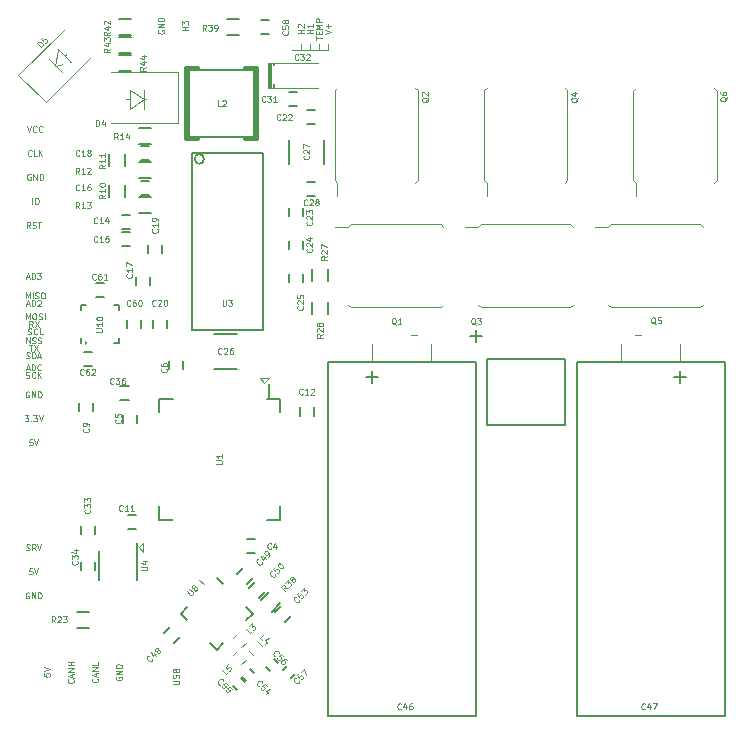
<source format=gto>
%TF.GenerationSoftware,KiCad,Pcbnew,(5.1.4-0)*%
%TF.CreationDate,2019-11-16T13:15:52+08:00*%
%TF.ProjectId,VESC_6,56455343-5f36-42e6-9b69-6361645f7063,A*%
%TF.SameCoordinates,Original*%
%TF.FileFunction,Legend,Top*%
%TF.FilePolarity,Positive*%
%FSLAX46Y46*%
G04 Gerber Fmt 4.6, Leading zero omitted, Abs format (unit mm)*
G04 Created by KiCad (PCBNEW (5.1.4-0)) date 2019-11-16 13:15:52*
%MOMM*%
%LPD*%
G04 APERTURE LIST*
%ADD10C,0.100000*%
%ADD11C,0.203200*%
%ADD12C,0.200000*%
%ADD13C,0.101600*%
%ADD14C,0.150000*%
%ADD15C,0.120000*%
%ADD16C,0.300000*%
%ADD17C,0.127000*%
%ADD18C,0.152400*%
%ADD19O,0.550000X0.200000*%
%ADD20O,0.200000X0.550000*%
%ADD21C,0.900000*%
%ADD22R,2.500000X2.300000*%
%ADD23C,1.800000*%
%ADD24C,1.250000*%
%ADD25C,0.300000*%
%ADD26R,1.200000X0.775000*%
%ADD27R,0.350000X0.650000*%
%ADD28R,1.950000X1.500000*%
%ADD29R,1.000000X2.500000*%
%ADD30R,2.500000X1.000000*%
%ADD31C,0.400000*%
%ADD32C,0.500000*%
%ADD33R,0.900000X0.500000*%
%ADD34R,0.500000X0.900000*%
%ADD35C,0.750000*%
%ADD36R,0.750000X0.800000*%
%ADD37R,0.800000X0.750000*%
%ADD38C,1.600000*%
%ADD39R,1.180000X4.700000*%
%ADD40R,1.699260X1.198880*%
%ADD41O,1.699260X1.198880*%
%ADD42R,1.501140X0.299720*%
%ADD43R,3.599180X7.000240*%
%ADD44R,0.700000X1.300000*%
%ADD45R,1.100000X0.850000*%
%ADD46R,1.100000X1.700000*%
%ADD47R,1.300000X0.700000*%
%ADD48R,0.850000X1.100000*%
%ADD49R,1.700000X1.100000*%
%ADD50C,3.000000*%
%ADD51R,1.198880X1.699260*%
%ADD52O,1.198880X1.699260*%
%ADD53O,1.100000X1.800000*%
%ADD54O,1.100000X2.200000*%
%ADD55R,0.304800X1.193800*%
%ADD56R,1.193800X0.304800*%
%ADD57R,6.000000X5.000000*%
G04 APERTURE END LIST*
D10*
X167032000Y-82169000D02*
X167540000Y-82169000D01*
X148028000Y-82169000D02*
X148536000Y-82169000D01*
D11*
X170842000Y-85217000D02*
X170842000Y-86233000D01*
X170334000Y-85725000D02*
X171350000Y-85725000D01*
X144726000Y-85217000D02*
X144726000Y-86233000D01*
X144218000Y-85725000D02*
X145234000Y-85725000D01*
D10*
X165825500Y-82677000D02*
X165825500Y-84455000D01*
X170842000Y-82677000D02*
X170842000Y-84455000D01*
X149742500Y-82677000D02*
X149742500Y-84455000D01*
X144726000Y-82677000D02*
X144726000Y-84455000D01*
D12*
X136400000Y-59200000D02*
X136398000Y-61200000D01*
X136200000Y-59200000D02*
X136200000Y-61200000D01*
X136017000Y-59200000D02*
X136017000Y-61200000D01*
D10*
X120396000Y-82677000D02*
X120396000Y-82931000D01*
X120396000Y-82677000D02*
X120523000Y-82804000D01*
X120396000Y-82931000D02*
X120523000Y-82804000D01*
X130495000Y-103295000D02*
X130114000Y-102914000D01*
X124968000Y-100177600D02*
X125349000Y-99796600D01*
X125349000Y-99796600D02*
X125349000Y-100558600D01*
X125349000Y-100558600D02*
X124968000Y-100177600D01*
X135585200Y-86233000D02*
X135204200Y-85852000D01*
X135966200Y-85852000D02*
X135585200Y-86233000D01*
X135204200Y-85852000D02*
X135966200Y-85852000D01*
X125416540Y-62230000D02*
X125629900Y-62230000D01*
X125429240Y-61424820D02*
X125429240Y-63030100D01*
X125416540Y-62222380D02*
X124276080Y-61478160D01*
X124278620Y-63030100D02*
X125421620Y-62232540D01*
X124276080Y-61480700D02*
X124278620Y-63030100D01*
X123930640Y-62230000D02*
X124276080Y-62230000D01*
X117914420Y-59377580D02*
X117868700Y-59423300D01*
X118734840Y-58557160D02*
X118859300Y-58432700D01*
X118153180Y-58008520D02*
X119250460Y-59103260D01*
X119250460Y-59103260D02*
X117934740Y-59382660D01*
X118150640Y-58018680D02*
X117906800Y-59380120D01*
X117340380Y-58821320D02*
X118470680Y-59954160D01*
D11*
X153543000Y-81788000D02*
X153543000Y-82804000D01*
X153035000Y-82296000D02*
X154051000Y-82296000D01*
D13*
X138584000Y-58039000D02*
X140997000Y-58039000D01*
X139473000Y-58039000D02*
X139473000Y-57531000D01*
X140235000Y-58039000D02*
X140235000Y-57531000D01*
X138711000Y-58039000D02*
X138711000Y-57531000D01*
X137949000Y-58039000D02*
X138711000Y-58039000D01*
X138711000Y-58039000D02*
X137949000Y-58039000D01*
X140997000Y-58039000D02*
X140997000Y-57531000D01*
X140718809Y-56744809D02*
X141226809Y-56575476D01*
X140718809Y-56406142D01*
X141033285Y-56236809D02*
X141033285Y-55849761D01*
X141226809Y-56043285D02*
X140839761Y-56043285D01*
X139956809Y-57180238D02*
X139956809Y-56889952D01*
X140464809Y-57035095D02*
X139956809Y-57035095D01*
X140198714Y-56720619D02*
X140198714Y-56551285D01*
X140464809Y-56478714D02*
X140464809Y-56720619D01*
X139956809Y-56720619D01*
X139956809Y-56478714D01*
X140464809Y-56261000D02*
X139956809Y-56261000D01*
X140319666Y-56091666D01*
X139956809Y-55922333D01*
X140464809Y-55922333D01*
X140464809Y-55680428D02*
X139956809Y-55680428D01*
X139956809Y-55486904D01*
X139981000Y-55438523D01*
X140005190Y-55414333D01*
X140053571Y-55390142D01*
X140126142Y-55390142D01*
X140174523Y-55414333D01*
X140198714Y-55438523D01*
X140222904Y-55486904D01*
X140222904Y-55680428D01*
X139702809Y-56648047D02*
X139194809Y-56648047D01*
X139436714Y-56648047D02*
X139436714Y-56357761D01*
X139702809Y-56357761D02*
X139194809Y-56357761D01*
X139702809Y-55849761D02*
X139702809Y-56140047D01*
X139702809Y-55994904D02*
X139194809Y-55994904D01*
X139267380Y-56043285D01*
X139315761Y-56091666D01*
X139339952Y-56140047D01*
X138940809Y-56648047D02*
X138432809Y-56648047D01*
X138674714Y-56648047D02*
X138674714Y-56357761D01*
X138940809Y-56357761D02*
X138432809Y-56357761D01*
X138481190Y-56140047D02*
X138457000Y-56115857D01*
X138432809Y-56067476D01*
X138432809Y-55946523D01*
X138457000Y-55898142D01*
X138481190Y-55873952D01*
X138529571Y-55849761D01*
X138577952Y-55849761D01*
X138650523Y-55873952D01*
X138940809Y-56164238D01*
X138940809Y-55849761D01*
X129161809Y-56394047D02*
X128653809Y-56394047D01*
X128895714Y-56394047D02*
X128895714Y-56103761D01*
X129161809Y-56103761D02*
X128653809Y-56103761D01*
X128653809Y-55910238D02*
X128653809Y-55595761D01*
X128847333Y-55765095D01*
X128847333Y-55692523D01*
X128871523Y-55644142D01*
X128895714Y-55619952D01*
X128944095Y-55595761D01*
X129065047Y-55595761D01*
X129113428Y-55619952D01*
X129137619Y-55644142D01*
X129161809Y-55692523D01*
X129161809Y-55837666D01*
X129137619Y-55886047D01*
X129113428Y-55910238D01*
X126646000Y-56394047D02*
X126621809Y-56442428D01*
X126621809Y-56515000D01*
X126646000Y-56587571D01*
X126694380Y-56635952D01*
X126742761Y-56660142D01*
X126839523Y-56684333D01*
X126912095Y-56684333D01*
X127008857Y-56660142D01*
X127057238Y-56635952D01*
X127105619Y-56587571D01*
X127129809Y-56515000D01*
X127129809Y-56466619D01*
X127105619Y-56394047D01*
X127081428Y-56369857D01*
X126912095Y-56369857D01*
X126912095Y-56466619D01*
X127129809Y-56152142D02*
X126621809Y-56152142D01*
X127129809Y-55861857D01*
X126621809Y-55861857D01*
X127129809Y-55619952D02*
X126621809Y-55619952D01*
X126621809Y-55499000D01*
X126646000Y-55426428D01*
X126694380Y-55378047D01*
X126742761Y-55353857D01*
X126839523Y-55329666D01*
X126912095Y-55329666D01*
X127008857Y-55353857D01*
X127057238Y-55378047D01*
X127105619Y-55426428D01*
X127129809Y-55499000D01*
X127129809Y-55619952D01*
X115424857Y-85803619D02*
X115497428Y-85827809D01*
X115618380Y-85827809D01*
X115666761Y-85803619D01*
X115690952Y-85779428D01*
X115715142Y-85731047D01*
X115715142Y-85682666D01*
X115690952Y-85634285D01*
X115666761Y-85610095D01*
X115618380Y-85585904D01*
X115521619Y-85561714D01*
X115473238Y-85537523D01*
X115449047Y-85513333D01*
X115424857Y-85464952D01*
X115424857Y-85416571D01*
X115449047Y-85368190D01*
X115473238Y-85344000D01*
X115521619Y-85319809D01*
X115642571Y-85319809D01*
X115715142Y-85344000D01*
X116223142Y-85779428D02*
X116198952Y-85803619D01*
X116126380Y-85827809D01*
X116078000Y-85827809D01*
X116005428Y-85803619D01*
X115957047Y-85755238D01*
X115932857Y-85706857D01*
X115908666Y-85610095D01*
X115908666Y-85537523D01*
X115932857Y-85440761D01*
X115957047Y-85392380D01*
X116005428Y-85344000D01*
X116078000Y-85319809D01*
X116126380Y-85319809D01*
X116198952Y-85344000D01*
X116223142Y-85368190D01*
X116440857Y-85827809D02*
X116440857Y-85319809D01*
X116731142Y-85827809D02*
X116513428Y-85537523D01*
X116731142Y-85319809D02*
X116440857Y-85610095D01*
X115461142Y-84152619D02*
X115533714Y-84176809D01*
X115654666Y-84176809D01*
X115703047Y-84152619D01*
X115727238Y-84128428D01*
X115751428Y-84080047D01*
X115751428Y-84031666D01*
X115727238Y-83983285D01*
X115703047Y-83959095D01*
X115654666Y-83934904D01*
X115557904Y-83910714D01*
X115509523Y-83886523D01*
X115485333Y-83862333D01*
X115461142Y-83813952D01*
X115461142Y-83765571D01*
X115485333Y-83717190D01*
X115509523Y-83693000D01*
X115557904Y-83668809D01*
X115678857Y-83668809D01*
X115751428Y-83693000D01*
X115969142Y-84176809D02*
X115969142Y-83668809D01*
X116090095Y-83668809D01*
X116162666Y-83693000D01*
X116211047Y-83741380D01*
X116235238Y-83789761D01*
X116259428Y-83886523D01*
X116259428Y-83959095D01*
X116235238Y-84055857D01*
X116211047Y-84104238D01*
X116162666Y-84152619D01*
X116090095Y-84176809D01*
X115969142Y-84176809D01*
X116452952Y-84031666D02*
X116694857Y-84031666D01*
X116404571Y-84176809D02*
X116573904Y-83668809D01*
X116743238Y-84176809D01*
X115449047Y-82906809D02*
X115449047Y-82398809D01*
X115739333Y-82906809D01*
X115739333Y-82398809D01*
X115957047Y-82882619D02*
X116029619Y-82906809D01*
X116150571Y-82906809D01*
X116198952Y-82882619D01*
X116223142Y-82858428D01*
X116247333Y-82810047D01*
X116247333Y-82761666D01*
X116223142Y-82713285D01*
X116198952Y-82689095D01*
X116150571Y-82664904D01*
X116053809Y-82640714D01*
X116005428Y-82616523D01*
X115981238Y-82592333D01*
X115957047Y-82543952D01*
X115957047Y-82495571D01*
X115981238Y-82447190D01*
X116005428Y-82423000D01*
X116053809Y-82398809D01*
X116174761Y-82398809D01*
X116247333Y-82423000D01*
X116440857Y-82882619D02*
X116513428Y-82906809D01*
X116634380Y-82906809D01*
X116682761Y-82882619D01*
X116706952Y-82858428D01*
X116731142Y-82810047D01*
X116731142Y-82761666D01*
X116706952Y-82713285D01*
X116682761Y-82689095D01*
X116634380Y-82664904D01*
X116537619Y-82640714D01*
X116489238Y-82616523D01*
X116465047Y-82592333D01*
X116440857Y-82543952D01*
X116440857Y-82495571D01*
X116465047Y-82447190D01*
X116489238Y-82423000D01*
X116537619Y-82398809D01*
X116658571Y-82398809D01*
X116731142Y-82423000D01*
X115600238Y-82120619D02*
X115672809Y-82144809D01*
X115793761Y-82144809D01*
X115842142Y-82120619D01*
X115866333Y-82096428D01*
X115890523Y-82048047D01*
X115890523Y-81999666D01*
X115866333Y-81951285D01*
X115842142Y-81927095D01*
X115793761Y-81902904D01*
X115697000Y-81878714D01*
X115648619Y-81854523D01*
X115624428Y-81830333D01*
X115600238Y-81781952D01*
X115600238Y-81733571D01*
X115624428Y-81685190D01*
X115648619Y-81661000D01*
X115697000Y-81636809D01*
X115817952Y-81636809D01*
X115890523Y-81661000D01*
X116398523Y-82096428D02*
X116374333Y-82120619D01*
X116301761Y-82144809D01*
X116253380Y-82144809D01*
X116180809Y-82120619D01*
X116132428Y-82072238D01*
X116108238Y-82023857D01*
X116084047Y-81927095D01*
X116084047Y-81854523D01*
X116108238Y-81757761D01*
X116132428Y-81709380D01*
X116180809Y-81661000D01*
X116253380Y-81636809D01*
X116301761Y-81636809D01*
X116374333Y-81661000D01*
X116398523Y-81685190D01*
X116858142Y-82144809D02*
X116616238Y-82144809D01*
X116616238Y-81636809D01*
X115993333Y-81509809D02*
X115824000Y-81267904D01*
X115703047Y-81509809D02*
X115703047Y-81001809D01*
X115896571Y-81001809D01*
X115944952Y-81026000D01*
X115969142Y-81050190D01*
X115993333Y-81098571D01*
X115993333Y-81171142D01*
X115969142Y-81219523D01*
X115944952Y-81243714D01*
X115896571Y-81267904D01*
X115703047Y-81267904D01*
X116162666Y-81001809D02*
X116501333Y-81509809D01*
X116501333Y-81001809D02*
X116162666Y-81509809D01*
X115461142Y-79586666D02*
X115703047Y-79586666D01*
X115412761Y-79731809D02*
X115582095Y-79223809D01*
X115751428Y-79731809D01*
X115920761Y-79731809D02*
X115920761Y-79223809D01*
X116041714Y-79223809D01*
X116114285Y-79248000D01*
X116162666Y-79296380D01*
X116186857Y-79344761D01*
X116211047Y-79441523D01*
X116211047Y-79514095D01*
X116186857Y-79610857D01*
X116162666Y-79659238D01*
X116114285Y-79707619D01*
X116041714Y-79731809D01*
X115920761Y-79731809D01*
X116404571Y-79272190D02*
X116428761Y-79248000D01*
X116477142Y-79223809D01*
X116598095Y-79223809D01*
X116646476Y-79248000D01*
X116670666Y-79272190D01*
X116694857Y-79320571D01*
X116694857Y-79368952D01*
X116670666Y-79441523D01*
X116380380Y-79731809D01*
X116694857Y-79731809D01*
D12*
X140993500Y-84474500D02*
X153493500Y-84474500D01*
X153493500Y-114474500D02*
X140993500Y-114474500D01*
X140993500Y-114474500D02*
X140993500Y-84474500D01*
X153493500Y-84474500D02*
X153493500Y-114474500D01*
D13*
X127864809Y-111766047D02*
X128276047Y-111766047D01*
X128324428Y-111741857D01*
X128348619Y-111717666D01*
X128372809Y-111669285D01*
X128372809Y-111572523D01*
X128348619Y-111524142D01*
X128324428Y-111499952D01*
X128276047Y-111475761D01*
X127864809Y-111475761D01*
X128348619Y-111258047D02*
X128372809Y-111185476D01*
X128372809Y-111064523D01*
X128348619Y-111016142D01*
X128324428Y-110991952D01*
X128276047Y-110967761D01*
X128227666Y-110967761D01*
X128179285Y-110991952D01*
X128155095Y-111016142D01*
X128130904Y-111064523D01*
X128106714Y-111161285D01*
X128082523Y-111209666D01*
X128058333Y-111233857D01*
X128009952Y-111258047D01*
X127961571Y-111258047D01*
X127913190Y-111233857D01*
X127889000Y-111209666D01*
X127864809Y-111161285D01*
X127864809Y-111040333D01*
X127889000Y-110967761D01*
X128106714Y-110580714D02*
X128130904Y-110508142D01*
X128155095Y-110483952D01*
X128203476Y-110459761D01*
X128276047Y-110459761D01*
X128324428Y-110483952D01*
X128348619Y-110508142D01*
X128372809Y-110556523D01*
X128372809Y-110750047D01*
X127864809Y-110750047D01*
X127864809Y-110580714D01*
X127889000Y-110532333D01*
X127913190Y-110508142D01*
X127961571Y-110483952D01*
X128009952Y-110483952D01*
X128058333Y-110508142D01*
X128082523Y-110532333D01*
X128106714Y-110580714D01*
X128106714Y-110750047D01*
X123063000Y-111131047D02*
X123038809Y-111179428D01*
X123038809Y-111252000D01*
X123063000Y-111324571D01*
X123111380Y-111372952D01*
X123159761Y-111397142D01*
X123256523Y-111421333D01*
X123329095Y-111421333D01*
X123425857Y-111397142D01*
X123474238Y-111372952D01*
X123522619Y-111324571D01*
X123546809Y-111252000D01*
X123546809Y-111203619D01*
X123522619Y-111131047D01*
X123498428Y-111106857D01*
X123329095Y-111106857D01*
X123329095Y-111203619D01*
X123546809Y-110889142D02*
X123038809Y-110889142D01*
X123546809Y-110598857D01*
X123038809Y-110598857D01*
X123546809Y-110356952D02*
X123038809Y-110356952D01*
X123038809Y-110236000D01*
X123063000Y-110163428D01*
X123111380Y-110115047D01*
X123159761Y-110090857D01*
X123256523Y-110066666D01*
X123329095Y-110066666D01*
X123425857Y-110090857D01*
X123474238Y-110115047D01*
X123522619Y-110163428D01*
X123546809Y-110236000D01*
X123546809Y-110356952D01*
X121466428Y-111276190D02*
X121490619Y-111300380D01*
X121514809Y-111372952D01*
X121514809Y-111421333D01*
X121490619Y-111493904D01*
X121442238Y-111542285D01*
X121393857Y-111566476D01*
X121297095Y-111590666D01*
X121224523Y-111590666D01*
X121127761Y-111566476D01*
X121079380Y-111542285D01*
X121031000Y-111493904D01*
X121006809Y-111421333D01*
X121006809Y-111372952D01*
X121031000Y-111300380D01*
X121055190Y-111276190D01*
X121369666Y-111082666D02*
X121369666Y-110840761D01*
X121514809Y-111131047D02*
X121006809Y-110961714D01*
X121514809Y-110792380D01*
X121514809Y-110623047D02*
X121006809Y-110623047D01*
X121514809Y-110332761D01*
X121006809Y-110332761D01*
X121514809Y-109848952D02*
X121514809Y-110090857D01*
X121006809Y-110090857D01*
X119434428Y-111336666D02*
X119458619Y-111360857D01*
X119482809Y-111433428D01*
X119482809Y-111481809D01*
X119458619Y-111554380D01*
X119410238Y-111602761D01*
X119361857Y-111626952D01*
X119265095Y-111651142D01*
X119192523Y-111651142D01*
X119095761Y-111626952D01*
X119047380Y-111602761D01*
X118999000Y-111554380D01*
X118974809Y-111481809D01*
X118974809Y-111433428D01*
X118999000Y-111360857D01*
X119023190Y-111336666D01*
X119337666Y-111143142D02*
X119337666Y-110901238D01*
X119482809Y-111191523D02*
X118974809Y-111022190D01*
X119482809Y-110852857D01*
X119482809Y-110683523D02*
X118974809Y-110683523D01*
X119482809Y-110393238D01*
X118974809Y-110393238D01*
X119482809Y-110151333D02*
X118974809Y-110151333D01*
X119216714Y-110151333D02*
X119216714Y-109861047D01*
X119482809Y-109861047D02*
X118974809Y-109861047D01*
X116942809Y-110840761D02*
X116942809Y-111082666D01*
X117184714Y-111106857D01*
X117160523Y-111082666D01*
X117136333Y-111034285D01*
X117136333Y-110913333D01*
X117160523Y-110864952D01*
X117184714Y-110840761D01*
X117233095Y-110816571D01*
X117354047Y-110816571D01*
X117402428Y-110840761D01*
X117426619Y-110864952D01*
X117450809Y-110913333D01*
X117450809Y-111034285D01*
X117426619Y-111082666D01*
X117402428Y-111106857D01*
X116942809Y-110671428D02*
X117450809Y-110502095D01*
X116942809Y-110332761D01*
X115690952Y-104013000D02*
X115642571Y-103988809D01*
X115570000Y-103988809D01*
X115497428Y-104013000D01*
X115449047Y-104061380D01*
X115424857Y-104109761D01*
X115400666Y-104206523D01*
X115400666Y-104279095D01*
X115424857Y-104375857D01*
X115449047Y-104424238D01*
X115497428Y-104472619D01*
X115570000Y-104496809D01*
X115618380Y-104496809D01*
X115690952Y-104472619D01*
X115715142Y-104448428D01*
X115715142Y-104279095D01*
X115618380Y-104279095D01*
X115932857Y-104496809D02*
X115932857Y-103988809D01*
X116223142Y-104496809D01*
X116223142Y-103988809D01*
X116465047Y-104496809D02*
X116465047Y-103988809D01*
X116586000Y-103988809D01*
X116658571Y-104013000D01*
X116706952Y-104061380D01*
X116731142Y-104109761D01*
X116755333Y-104206523D01*
X116755333Y-104279095D01*
X116731142Y-104375857D01*
X116706952Y-104424238D01*
X116658571Y-104472619D01*
X116586000Y-104496809D01*
X116465047Y-104496809D01*
X115461142Y-100408619D02*
X115533714Y-100432809D01*
X115654666Y-100432809D01*
X115703047Y-100408619D01*
X115727238Y-100384428D01*
X115751428Y-100336047D01*
X115751428Y-100287666D01*
X115727238Y-100239285D01*
X115703047Y-100215095D01*
X115654666Y-100190904D01*
X115557904Y-100166714D01*
X115509523Y-100142523D01*
X115485333Y-100118333D01*
X115461142Y-100069952D01*
X115461142Y-100021571D01*
X115485333Y-99973190D01*
X115509523Y-99949000D01*
X115557904Y-99924809D01*
X115678857Y-99924809D01*
X115751428Y-99949000D01*
X116259428Y-100432809D02*
X116090095Y-100190904D01*
X115969142Y-100432809D02*
X115969142Y-99924809D01*
X116162666Y-99924809D01*
X116211047Y-99949000D01*
X116235238Y-99973190D01*
X116259428Y-100021571D01*
X116259428Y-100094142D01*
X116235238Y-100142523D01*
X116211047Y-100166714D01*
X116162666Y-100190904D01*
X115969142Y-100190904D01*
X116404571Y-99924809D02*
X116573904Y-100432809D01*
X116743238Y-99924809D01*
X115981238Y-101956809D02*
X115739333Y-101956809D01*
X115715142Y-102198714D01*
X115739333Y-102174523D01*
X115787714Y-102150333D01*
X115908666Y-102150333D01*
X115957047Y-102174523D01*
X115981238Y-102198714D01*
X116005428Y-102247095D01*
X116005428Y-102368047D01*
X115981238Y-102416428D01*
X115957047Y-102440619D01*
X115908666Y-102464809D01*
X115787714Y-102464809D01*
X115739333Y-102440619D01*
X115715142Y-102416428D01*
X116150571Y-101956809D02*
X116319904Y-102464809D01*
X116489238Y-101956809D01*
X115981238Y-91034809D02*
X115739333Y-91034809D01*
X115715142Y-91276714D01*
X115739333Y-91252523D01*
X115787714Y-91228333D01*
X115908666Y-91228333D01*
X115957047Y-91252523D01*
X115981238Y-91276714D01*
X116005428Y-91325095D01*
X116005428Y-91446047D01*
X115981238Y-91494428D01*
X115957047Y-91518619D01*
X115908666Y-91542809D01*
X115787714Y-91542809D01*
X115739333Y-91518619D01*
X115715142Y-91494428D01*
X116150571Y-91034809D02*
X116319904Y-91542809D01*
X116489238Y-91034809D01*
X115328095Y-89002809D02*
X115642571Y-89002809D01*
X115473238Y-89196333D01*
X115545809Y-89196333D01*
X115594190Y-89220523D01*
X115618380Y-89244714D01*
X115642571Y-89293095D01*
X115642571Y-89414047D01*
X115618380Y-89462428D01*
X115594190Y-89486619D01*
X115545809Y-89510809D01*
X115400666Y-89510809D01*
X115352285Y-89486619D01*
X115328095Y-89462428D01*
X115860285Y-89462428D02*
X115884476Y-89486619D01*
X115860285Y-89510809D01*
X115836095Y-89486619D01*
X115860285Y-89462428D01*
X115860285Y-89510809D01*
X116053809Y-89002809D02*
X116368285Y-89002809D01*
X116198952Y-89196333D01*
X116271523Y-89196333D01*
X116319904Y-89220523D01*
X116344095Y-89244714D01*
X116368285Y-89293095D01*
X116368285Y-89414047D01*
X116344095Y-89462428D01*
X116319904Y-89486619D01*
X116271523Y-89510809D01*
X116126380Y-89510809D01*
X116078000Y-89486619D01*
X116053809Y-89462428D01*
X116513428Y-89002809D02*
X116682761Y-89510809D01*
X116852095Y-89002809D01*
X115690952Y-86995000D02*
X115642571Y-86970809D01*
X115570000Y-86970809D01*
X115497428Y-86995000D01*
X115449047Y-87043380D01*
X115424857Y-87091761D01*
X115400666Y-87188523D01*
X115400666Y-87261095D01*
X115424857Y-87357857D01*
X115449047Y-87406238D01*
X115497428Y-87454619D01*
X115570000Y-87478809D01*
X115618380Y-87478809D01*
X115690952Y-87454619D01*
X115715142Y-87430428D01*
X115715142Y-87261095D01*
X115618380Y-87261095D01*
X115932857Y-87478809D02*
X115932857Y-86970809D01*
X116223142Y-87478809D01*
X116223142Y-86970809D01*
X116465047Y-87478809D02*
X116465047Y-86970809D01*
X116586000Y-86970809D01*
X116658571Y-86995000D01*
X116706952Y-87043380D01*
X116731142Y-87091761D01*
X116755333Y-87188523D01*
X116755333Y-87261095D01*
X116731142Y-87357857D01*
X116706952Y-87406238D01*
X116658571Y-87454619D01*
X116586000Y-87478809D01*
X116465047Y-87478809D01*
X115449047Y-85047666D02*
X115690952Y-85047666D01*
X115400666Y-85192809D02*
X115570000Y-84684809D01*
X115739333Y-85192809D01*
X115908666Y-85192809D02*
X115908666Y-84684809D01*
X116029619Y-84684809D01*
X116102190Y-84709000D01*
X116150571Y-84757380D01*
X116174761Y-84805761D01*
X116198952Y-84902523D01*
X116198952Y-84975095D01*
X116174761Y-85071857D01*
X116150571Y-85120238D01*
X116102190Y-85168619D01*
X116029619Y-85192809D01*
X115908666Y-85192809D01*
X116706952Y-85144428D02*
X116682761Y-85168619D01*
X116610190Y-85192809D01*
X116561809Y-85192809D01*
X116489238Y-85168619D01*
X116440857Y-85120238D01*
X116416666Y-85071857D01*
X116392476Y-84975095D01*
X116392476Y-84902523D01*
X116416666Y-84805761D01*
X116440857Y-84757380D01*
X116489238Y-84709000D01*
X116561809Y-84684809D01*
X116610190Y-84684809D01*
X116682761Y-84709000D01*
X116706952Y-84733190D01*
X115690952Y-83033809D02*
X115981238Y-83033809D01*
X115836095Y-83541809D02*
X115836095Y-83033809D01*
X116102190Y-83033809D02*
X116440857Y-83541809D01*
X116440857Y-83033809D02*
X116102190Y-83541809D01*
X115406714Y-80874809D02*
X115406714Y-80366809D01*
X115576047Y-80729666D01*
X115745380Y-80366809D01*
X115745380Y-80874809D01*
X116084047Y-80366809D02*
X116180809Y-80366809D01*
X116229190Y-80391000D01*
X116277571Y-80439380D01*
X116301761Y-80536142D01*
X116301761Y-80705476D01*
X116277571Y-80802238D01*
X116229190Y-80850619D01*
X116180809Y-80874809D01*
X116084047Y-80874809D01*
X116035666Y-80850619D01*
X115987285Y-80802238D01*
X115963095Y-80705476D01*
X115963095Y-80536142D01*
X115987285Y-80439380D01*
X116035666Y-80391000D01*
X116084047Y-80366809D01*
X116495285Y-80850619D02*
X116567857Y-80874809D01*
X116688809Y-80874809D01*
X116737190Y-80850619D01*
X116761380Y-80826428D01*
X116785571Y-80778047D01*
X116785571Y-80729666D01*
X116761380Y-80681285D01*
X116737190Y-80657095D01*
X116688809Y-80632904D01*
X116592047Y-80608714D01*
X116543666Y-80584523D01*
X116519476Y-80560333D01*
X116495285Y-80511952D01*
X116495285Y-80463571D01*
X116519476Y-80415190D01*
X116543666Y-80391000D01*
X116592047Y-80366809D01*
X116713000Y-80366809D01*
X116785571Y-80391000D01*
X117003285Y-80874809D02*
X117003285Y-80366809D01*
X115406714Y-79096809D02*
X115406714Y-78588809D01*
X115576047Y-78951666D01*
X115745380Y-78588809D01*
X115745380Y-79096809D01*
X115987285Y-79096809D02*
X115987285Y-78588809D01*
X116205000Y-79072619D02*
X116277571Y-79096809D01*
X116398523Y-79096809D01*
X116446904Y-79072619D01*
X116471095Y-79048428D01*
X116495285Y-79000047D01*
X116495285Y-78951666D01*
X116471095Y-78903285D01*
X116446904Y-78879095D01*
X116398523Y-78854904D01*
X116301761Y-78830714D01*
X116253380Y-78806523D01*
X116229190Y-78782333D01*
X116205000Y-78733952D01*
X116205000Y-78685571D01*
X116229190Y-78637190D01*
X116253380Y-78613000D01*
X116301761Y-78588809D01*
X116422714Y-78588809D01*
X116495285Y-78613000D01*
X116809761Y-78588809D02*
X116906523Y-78588809D01*
X116954904Y-78613000D01*
X117003285Y-78661380D01*
X117027476Y-78758142D01*
X117027476Y-78927476D01*
X117003285Y-79024238D01*
X116954904Y-79072619D01*
X116906523Y-79096809D01*
X116809761Y-79096809D01*
X116761380Y-79072619D01*
X116713000Y-79024238D01*
X116688809Y-78927476D01*
X116688809Y-78758142D01*
X116713000Y-78661380D01*
X116761380Y-78613000D01*
X116809761Y-78588809D01*
X115461142Y-77300666D02*
X115703047Y-77300666D01*
X115412761Y-77445809D02*
X115582095Y-76937809D01*
X115751428Y-77445809D01*
X115920761Y-77445809D02*
X115920761Y-76937809D01*
X116041714Y-76937809D01*
X116114285Y-76962000D01*
X116162666Y-77010380D01*
X116186857Y-77058761D01*
X116211047Y-77155523D01*
X116211047Y-77228095D01*
X116186857Y-77324857D01*
X116162666Y-77373238D01*
X116114285Y-77421619D01*
X116041714Y-77445809D01*
X115920761Y-77445809D01*
X116380380Y-76937809D02*
X116694857Y-76937809D01*
X116525523Y-77131333D01*
X116598095Y-77131333D01*
X116646476Y-77155523D01*
X116670666Y-77179714D01*
X116694857Y-77228095D01*
X116694857Y-77349047D01*
X116670666Y-77397428D01*
X116646476Y-77421619D01*
X116598095Y-77445809D01*
X116452952Y-77445809D01*
X116404571Y-77421619D01*
X116380380Y-77397428D01*
X115799809Y-73127809D02*
X115630476Y-72885904D01*
X115509523Y-73127809D02*
X115509523Y-72619809D01*
X115703047Y-72619809D01*
X115751428Y-72644000D01*
X115775619Y-72668190D01*
X115799809Y-72716571D01*
X115799809Y-72789142D01*
X115775619Y-72837523D01*
X115751428Y-72861714D01*
X115703047Y-72885904D01*
X115509523Y-72885904D01*
X115993333Y-73103619D02*
X116065904Y-73127809D01*
X116186857Y-73127809D01*
X116235238Y-73103619D01*
X116259428Y-73079428D01*
X116283619Y-73031047D01*
X116283619Y-72982666D01*
X116259428Y-72934285D01*
X116235238Y-72910095D01*
X116186857Y-72885904D01*
X116090095Y-72861714D01*
X116041714Y-72837523D01*
X116017523Y-72813333D01*
X115993333Y-72764952D01*
X115993333Y-72716571D01*
X116017523Y-72668190D01*
X116041714Y-72644000D01*
X116090095Y-72619809D01*
X116211047Y-72619809D01*
X116283619Y-72644000D01*
X116428761Y-72619809D02*
X116719047Y-72619809D01*
X116573904Y-73127809D02*
X116573904Y-72619809D01*
X115938904Y-71095809D02*
X115938904Y-70587809D01*
X116277571Y-70587809D02*
X116374333Y-70587809D01*
X116422714Y-70612000D01*
X116471095Y-70660380D01*
X116495285Y-70757142D01*
X116495285Y-70926476D01*
X116471095Y-71023238D01*
X116422714Y-71071619D01*
X116374333Y-71095809D01*
X116277571Y-71095809D01*
X116229190Y-71071619D01*
X116180809Y-71023238D01*
X116156619Y-70926476D01*
X116156619Y-70757142D01*
X116180809Y-70660380D01*
X116229190Y-70612000D01*
X116277571Y-70587809D01*
X115817952Y-68580000D02*
X115769571Y-68555809D01*
X115697000Y-68555809D01*
X115624428Y-68580000D01*
X115576047Y-68628380D01*
X115551857Y-68676761D01*
X115527666Y-68773523D01*
X115527666Y-68846095D01*
X115551857Y-68942857D01*
X115576047Y-68991238D01*
X115624428Y-69039619D01*
X115697000Y-69063809D01*
X115745380Y-69063809D01*
X115817952Y-69039619D01*
X115842142Y-69015428D01*
X115842142Y-68846095D01*
X115745380Y-68846095D01*
X116059857Y-69063809D02*
X116059857Y-68555809D01*
X116350142Y-69063809D01*
X116350142Y-68555809D01*
X116592047Y-69063809D02*
X116592047Y-68555809D01*
X116713000Y-68555809D01*
X116785571Y-68580000D01*
X116833952Y-68628380D01*
X116858142Y-68676761D01*
X116882333Y-68773523D01*
X116882333Y-68846095D01*
X116858142Y-68942857D01*
X116833952Y-68991238D01*
X116785571Y-69039619D01*
X116713000Y-69063809D01*
X116592047Y-69063809D01*
X115902619Y-66983428D02*
X115878428Y-67007619D01*
X115805857Y-67031809D01*
X115757476Y-67031809D01*
X115684904Y-67007619D01*
X115636523Y-66959238D01*
X115612333Y-66910857D01*
X115588142Y-66814095D01*
X115588142Y-66741523D01*
X115612333Y-66644761D01*
X115636523Y-66596380D01*
X115684904Y-66548000D01*
X115757476Y-66523809D01*
X115805857Y-66523809D01*
X115878428Y-66548000D01*
X115902619Y-66572190D01*
X116362238Y-67031809D02*
X116120333Y-67031809D01*
X116120333Y-66523809D01*
X116531571Y-67031809D02*
X116531571Y-66523809D01*
X116821857Y-67031809D02*
X116604142Y-66741523D01*
X116821857Y-66523809D02*
X116531571Y-66814095D01*
X115527666Y-64491809D02*
X115697000Y-64999809D01*
X115866333Y-64491809D01*
X116325952Y-64951428D02*
X116301761Y-64975619D01*
X116229190Y-64999809D01*
X116180809Y-64999809D01*
X116108238Y-64975619D01*
X116059857Y-64927238D01*
X116035666Y-64878857D01*
X116011476Y-64782095D01*
X116011476Y-64709523D01*
X116035666Y-64612761D01*
X116059857Y-64564380D01*
X116108238Y-64516000D01*
X116180809Y-64491809D01*
X116229190Y-64491809D01*
X116301761Y-64516000D01*
X116325952Y-64540190D01*
X116833952Y-64951428D02*
X116809761Y-64975619D01*
X116737190Y-64999809D01*
X116688809Y-64999809D01*
X116616238Y-64975619D01*
X116567857Y-64927238D01*
X116543666Y-64878857D01*
X116519476Y-64782095D01*
X116519476Y-64709523D01*
X116543666Y-64612761D01*
X116567857Y-64564380D01*
X116616238Y-64516000D01*
X116688809Y-64491809D01*
X116737190Y-64491809D01*
X116809761Y-64516000D01*
X116833952Y-64540190D01*
D12*
X174585500Y-84474500D02*
X174585500Y-114474500D01*
X174585500Y-114474500D02*
X162085500Y-114474500D01*
X162085500Y-114474500D02*
X162085500Y-84474500D01*
X162085500Y-84474500D02*
X174585500Y-84474500D01*
D14*
X120111000Y-82880000D02*
X120111000Y-82480000D01*
X120111000Y-79680000D02*
X120111000Y-80080000D01*
X120111000Y-79680000D02*
X120511000Y-79680000D01*
X123311000Y-79680000D02*
X123311000Y-80080000D01*
X123311000Y-79680000D02*
X122911000Y-79680000D01*
X123311000Y-82880000D02*
X123311000Y-82480000D01*
X123311000Y-82880000D02*
X122911000Y-82880000D01*
D15*
X128329000Y-64253000D02*
X122629000Y-64253000D01*
X128329000Y-59953000D02*
X122629000Y-59953000D01*
X128329000Y-64253000D02*
X128329000Y-59953000D01*
X114793111Y-60165437D02*
X118611487Y-56347060D01*
X117126563Y-62498889D02*
X120944940Y-58680513D01*
X114793111Y-60165437D02*
X117126563Y-62498889D01*
D14*
X134612559Y-105791000D02*
X134064551Y-105242992D01*
X131572000Y-108831559D02*
X131023992Y-108283551D01*
X128531441Y-105791000D02*
X129079449Y-106339008D01*
X131572000Y-102750441D02*
X132120008Y-103298449D01*
X131572000Y-108831559D02*
X132120008Y-108283551D01*
X128531441Y-105791000D02*
X129079449Y-105242992D01*
X134612559Y-105791000D02*
X134064551Y-106339008D01*
X124850000Y-99770500D02*
X124850000Y-102945500D01*
X121600000Y-100495500D02*
X121600000Y-102945500D01*
D15*
X135907000Y-59148000D02*
X135907000Y-61248000D01*
X135907000Y-61248000D02*
X140157000Y-61248000D01*
X135907000Y-59148000D02*
X140157000Y-59148000D01*
D14*
X133334000Y-82091000D02*
X131334000Y-82091000D01*
X131334000Y-85041000D02*
X133334000Y-85041000D01*
X140667000Y-67675000D02*
X140667000Y-65675000D01*
X137717000Y-65675000D02*
X137717000Y-67675000D01*
D15*
X135425543Y-108514010D02*
X135071990Y-108160457D01*
X134322457Y-108909990D02*
X134676010Y-109263543D01*
X133674990Y-110025543D02*
X134028543Y-109671990D01*
X133279010Y-108922457D02*
X132925457Y-109276010D01*
X133279010Y-107525457D02*
X132925457Y-107879010D01*
X133674990Y-108628543D02*
X134028543Y-108274990D01*
D14*
X132964348Y-111919099D02*
X133317901Y-112272652D01*
X133989652Y-111600901D02*
X133636099Y-111247348D01*
X133726348Y-111157099D02*
X134079901Y-111510652D01*
X134751652Y-110838901D02*
X134398099Y-110485348D01*
X136783652Y-109949901D02*
X136430099Y-109596348D01*
X135758348Y-110268099D02*
X136111901Y-110621652D01*
X137827099Y-111256652D02*
X138180652Y-110903099D01*
X137508901Y-110231348D02*
X137155348Y-110584901D01*
X136974850Y-104898744D02*
X136267744Y-105605850D01*
X135313150Y-104651256D02*
X136020256Y-103944150D01*
X122438800Y-70477000D02*
X122438800Y-69477000D01*
X123788800Y-69477000D02*
X123788800Y-70477000D01*
X122438800Y-67886200D02*
X122438800Y-66886200D01*
X123788800Y-66886200D02*
X123788800Y-67886200D01*
X125001400Y-67574800D02*
X126001400Y-67574800D01*
X126001400Y-68924800D02*
X125001400Y-68924800D01*
X125001400Y-70521200D02*
X126001400Y-70521200D01*
X126001400Y-71871200D02*
X125001400Y-71871200D01*
X124976000Y-64679200D02*
X125976000Y-64679200D01*
X125976000Y-66029200D02*
X124976000Y-66029200D01*
X119769000Y-105640000D02*
X120769000Y-105640000D01*
X120769000Y-106990000D02*
X119769000Y-106990000D01*
X133469000Y-56809000D02*
X132469000Y-56809000D01*
X132469000Y-55459000D02*
X133469000Y-55459000D01*
X124325000Y-56809000D02*
X123325000Y-56809000D01*
X123325000Y-55459000D02*
X124325000Y-55459000D01*
X124325000Y-58333000D02*
X123325000Y-58333000D01*
X123325000Y-56983000D02*
X124325000Y-56983000D01*
X124325000Y-59857000D02*
X123325000Y-59857000D01*
X123325000Y-58507000D02*
X124325000Y-58507000D01*
X141010000Y-76589000D02*
X141010000Y-77589000D01*
X139660000Y-77589000D02*
X139660000Y-76589000D01*
X141010000Y-79383000D02*
X141010000Y-80383000D01*
X139660000Y-80383000D02*
X139660000Y-79383000D01*
X127090249Y-107441070D02*
X127585223Y-106946096D01*
X128433751Y-107794624D02*
X127938777Y-108289598D01*
X121123000Y-87915000D02*
X121123000Y-88615000D01*
X119923000Y-88615000D02*
X119923000Y-87915000D01*
X137831751Y-105967777D02*
X137336777Y-106462751D01*
X136488249Y-105614223D02*
X136983223Y-105119249D01*
X133313249Y-102439223D02*
X133808223Y-101944249D01*
X134656751Y-102792777D02*
X134161777Y-103287751D01*
X134843000Y-100676000D02*
X134143000Y-100676000D01*
X134143000Y-99476000D02*
X134843000Y-99476000D01*
X124869500Y-88931000D02*
X124869500Y-89631000D01*
X123669500Y-89631000D02*
X123669500Y-88931000D01*
X128743000Y-84359000D02*
X128743000Y-85059000D01*
X127543000Y-85059000D02*
X127543000Y-84359000D01*
X124746500Y-98600000D02*
X124046500Y-98600000D01*
X124046500Y-97400000D02*
X124746500Y-97400000D01*
X138592000Y-89008000D02*
X138592000Y-88308000D01*
X139792000Y-88308000D02*
X139792000Y-89008000D01*
X123525800Y-71993200D02*
X124225800Y-71993200D01*
X124225800Y-73193200D02*
X123525800Y-73193200D01*
X123525800Y-73441000D02*
X124225800Y-73441000D01*
X124225800Y-74641000D02*
X123525800Y-74641000D01*
X125151400Y-69123000D02*
X125851400Y-69123000D01*
X125851400Y-70323000D02*
X125151400Y-70323000D01*
X125949000Y-77247000D02*
X125949000Y-77947000D01*
X124749000Y-77947000D02*
X124749000Y-77247000D01*
X125826000Y-67402000D02*
X125126000Y-67402000D01*
X125126000Y-66202000D02*
X125826000Y-66202000D01*
X125765000Y-75280000D02*
X125765000Y-74580000D01*
X126965000Y-74580000D02*
X126965000Y-75280000D01*
X126146000Y-81630000D02*
X126146000Y-80930000D01*
X127346000Y-80930000D02*
X127346000Y-81630000D01*
X139223000Y-63154000D02*
X139923000Y-63154000D01*
X139923000Y-64354000D02*
X139223000Y-64354000D01*
X137703000Y-72105000D02*
X137703000Y-71405000D01*
X138903000Y-71405000D02*
X138903000Y-72105000D01*
X137703000Y-74899000D02*
X137703000Y-74199000D01*
X138903000Y-74199000D02*
X138903000Y-74899000D01*
X137703000Y-77693000D02*
X137703000Y-76993000D01*
X138903000Y-76993000D02*
X138903000Y-77693000D01*
X139223000Y-69250000D02*
X139923000Y-69250000D01*
X139923000Y-70450000D02*
X139223000Y-70450000D01*
X138399000Y-62830000D02*
X137699000Y-62830000D01*
X137699000Y-61630000D02*
X138399000Y-61630000D01*
X120050000Y-99029000D02*
X120050000Y-98329000D01*
X121250000Y-98329000D02*
X121250000Y-99029000D01*
X121250000Y-101377000D02*
X121250000Y-102077000D01*
X120050000Y-102077000D02*
X120050000Y-101377000D01*
X123411500Y-86522000D02*
X124111500Y-86522000D01*
X124111500Y-87722000D02*
X123411500Y-87722000D01*
X135672751Y-103935777D02*
X135177777Y-104430751D01*
X134329249Y-103582223D02*
X134824223Y-103087249D01*
X136036800Y-56683200D02*
X135336800Y-56683200D01*
X135336800Y-55483200D02*
X136036800Y-55483200D01*
X123987000Y-81630000D02*
X123987000Y-80930000D01*
X125187000Y-80930000D02*
X125187000Y-81630000D01*
X121328000Y-77759000D02*
X122028000Y-77759000D01*
X122028000Y-78959000D02*
X121328000Y-78959000D01*
X120300000Y-83601000D02*
X121000000Y-83601000D01*
X121000000Y-84801000D02*
X120300000Y-84801000D01*
X129260000Y-65440000D02*
X129260000Y-59760000D01*
X134740000Y-65440000D02*
X129260000Y-65440000D01*
X134740000Y-59760000D02*
X134740000Y-65440000D01*
X129260000Y-59760000D02*
X134740000Y-59760000D01*
D16*
X135000000Y-65600000D02*
X134000000Y-65600000D01*
X129000000Y-65600000D02*
X130000000Y-65600000D01*
X135000000Y-59600000D02*
X134000000Y-59600000D01*
X129000000Y-59600000D02*
X130000000Y-59600000D01*
X135000000Y-65600000D02*
X135000000Y-59600000D01*
X129000000Y-59600000D02*
X129000000Y-65600000D01*
D17*
X129461260Y-66771520D02*
X129461260Y-81770220D01*
X135460740Y-81770220D02*
X135460740Y-66771520D01*
X135460740Y-81770220D02*
X129461260Y-81770220D01*
X129461260Y-66771520D02*
X135460740Y-66771520D01*
X130510478Y-67287140D02*
G75*
G03X130510478Y-67287140I-406598J0D01*
G01*
D15*
X163587960Y-73014840D02*
X164710640Y-73014840D01*
X172534000Y-72792000D02*
X164934000Y-72792000D01*
X172757360Y-73014840D02*
X172534000Y-72792000D01*
X164710640Y-73014840D02*
X164934000Y-72792000D01*
X172534000Y-79862000D02*
X164934000Y-79862000D01*
X172757360Y-79639160D02*
X172534000Y-79862000D01*
X164710640Y-79639160D02*
X164934000Y-79862000D01*
X167080840Y-70440040D02*
X167080840Y-69317360D01*
X166858000Y-61494000D02*
X166858000Y-69094000D01*
X167080840Y-61270640D02*
X166858000Y-61494000D01*
X167080840Y-69317360D02*
X166858000Y-69094000D01*
X173928000Y-61494000D02*
X173928000Y-69094000D01*
X173705160Y-61270640D02*
X173928000Y-61494000D01*
X173705160Y-69317360D02*
X173928000Y-69094000D01*
X141587960Y-73014840D02*
X142710640Y-73014840D01*
X150534000Y-72792000D02*
X142934000Y-72792000D01*
X150757360Y-73014840D02*
X150534000Y-72792000D01*
X142710640Y-73014840D02*
X142934000Y-72792000D01*
X150534000Y-79862000D02*
X142934000Y-79862000D01*
X150757360Y-79639160D02*
X150534000Y-79862000D01*
X142710640Y-79639160D02*
X142934000Y-79862000D01*
X141774840Y-70424040D02*
X141774840Y-69301360D01*
X141552000Y-61478000D02*
X141552000Y-69078000D01*
X141774840Y-61254640D02*
X141552000Y-61478000D01*
X141774840Y-69301360D02*
X141552000Y-69078000D01*
X148622000Y-61478000D02*
X148622000Y-69078000D01*
X148399160Y-61254640D02*
X148622000Y-61478000D01*
X148399160Y-69301360D02*
X148622000Y-69078000D01*
X152574960Y-73014840D02*
X153697640Y-73014840D01*
X161521000Y-72792000D02*
X153921000Y-72792000D01*
X161744360Y-73014840D02*
X161521000Y-72792000D01*
X153697640Y-73014840D02*
X153921000Y-72792000D01*
X161521000Y-79862000D02*
X153921000Y-79862000D01*
X161744360Y-79639160D02*
X161521000Y-79862000D01*
X153697640Y-79639160D02*
X153921000Y-79862000D01*
X154421840Y-70424040D02*
X154421840Y-69301360D01*
X154199000Y-61478000D02*
X154199000Y-69078000D01*
X154421840Y-61254640D02*
X154199000Y-61478000D01*
X154421840Y-69301360D02*
X154199000Y-69078000D01*
X161269000Y-61478000D02*
X161269000Y-69078000D01*
X161046160Y-61254640D02*
X161269000Y-61478000D01*
X161046160Y-69301360D02*
X161269000Y-69078000D01*
D18*
X126695200Y-87579200D02*
X126695200Y-88734736D01*
X126695200Y-97840800D02*
X127850736Y-97840800D01*
X136956800Y-97840800D02*
X136956800Y-96685264D01*
X136956800Y-87579200D02*
X135801264Y-87579200D01*
X127850736Y-87579200D02*
X126695200Y-87579200D01*
X126695200Y-96685264D02*
X126695200Y-97840800D01*
X135801264Y-97840800D02*
X136956800Y-97840800D01*
X136956800Y-88734736D02*
X136956800Y-87579200D01*
X136017000Y-87503000D02*
X136017000Y-86347464D01*
D14*
X154434000Y-84200000D02*
X161034000Y-84200000D01*
X161034000Y-84200000D02*
X161034000Y-89800000D01*
X161034000Y-89800000D02*
X154434000Y-89800000D01*
X154434000Y-89800000D02*
X154434000Y-84200000D01*
D13*
X121387809Y-81920952D02*
X121799047Y-81920952D01*
X121847428Y-81896761D01*
X121871619Y-81872571D01*
X121895809Y-81824190D01*
X121895809Y-81727428D01*
X121871619Y-81679047D01*
X121847428Y-81654857D01*
X121799047Y-81630666D01*
X121387809Y-81630666D01*
X121895809Y-81122666D02*
X121895809Y-81412952D01*
X121895809Y-81267809D02*
X121387809Y-81267809D01*
X121460380Y-81316190D01*
X121508761Y-81364571D01*
X121532952Y-81412952D01*
X121387809Y-80808190D02*
X121387809Y-80759809D01*
X121412000Y-80711428D01*
X121436190Y-80687238D01*
X121484571Y-80663047D01*
X121581333Y-80638857D01*
X121702285Y-80638857D01*
X121799047Y-80663047D01*
X121847428Y-80687238D01*
X121871619Y-80711428D01*
X121895809Y-80759809D01*
X121895809Y-80808190D01*
X121871619Y-80856571D01*
X121847428Y-80880761D01*
X121799047Y-80904952D01*
X121702285Y-80929142D01*
X121581333Y-80929142D01*
X121484571Y-80904952D01*
X121436190Y-80880761D01*
X121412000Y-80856571D01*
X121387809Y-80808190D01*
X121356047Y-64491809D02*
X121356047Y-63983809D01*
X121477000Y-63983809D01*
X121549571Y-64008000D01*
X121597952Y-64056380D01*
X121622142Y-64104761D01*
X121646333Y-64201523D01*
X121646333Y-64274095D01*
X121622142Y-64370857D01*
X121597952Y-64419238D01*
X121549571Y-64467619D01*
X121477000Y-64491809D01*
X121356047Y-64491809D01*
X122081761Y-64153142D02*
X122081761Y-64491809D01*
X121960809Y-63959619D02*
X121839857Y-64322476D01*
X122154333Y-64322476D01*
X116737368Y-57831631D02*
X116378158Y-57472420D01*
X116463684Y-57386894D01*
X116532105Y-57352684D01*
X116600526Y-57352684D01*
X116651842Y-57369789D01*
X116737368Y-57421105D01*
X116788684Y-57472420D01*
X116840000Y-57557947D01*
X116857105Y-57609262D01*
X116857105Y-57677683D01*
X116822894Y-57746104D01*
X116737368Y-57831631D01*
X116908420Y-56942158D02*
X116737368Y-57113210D01*
X116891315Y-57301368D01*
X116891315Y-57267158D01*
X116908420Y-57215842D01*
X116993947Y-57130316D01*
X117045262Y-57113210D01*
X117079473Y-57113210D01*
X117130789Y-57130316D01*
X117216315Y-57215842D01*
X117233420Y-57267158D01*
X117233420Y-57301368D01*
X117216315Y-57352684D01*
X117130789Y-57438210D01*
X117079473Y-57455315D01*
X117045262Y-57455315D01*
X129056605Y-103887973D02*
X129347394Y-104178762D01*
X129398710Y-104195868D01*
X129432921Y-104195868D01*
X129484236Y-104178762D01*
X129552657Y-104110341D01*
X129569763Y-104059026D01*
X129569763Y-104024815D01*
X129552657Y-103973499D01*
X129261868Y-103682710D01*
X129638184Y-103614289D02*
X129586868Y-103631394D01*
X129552657Y-103631394D01*
X129501342Y-103614289D01*
X129484236Y-103597184D01*
X129467131Y-103545868D01*
X129467131Y-103511658D01*
X129484236Y-103460342D01*
X129552657Y-103391921D01*
X129603973Y-103374816D01*
X129638184Y-103374816D01*
X129689499Y-103391921D01*
X129706605Y-103409026D01*
X129723710Y-103460342D01*
X129723710Y-103494552D01*
X129706605Y-103545868D01*
X129638184Y-103614289D01*
X129621078Y-103665605D01*
X129621078Y-103699815D01*
X129638184Y-103751131D01*
X129706605Y-103819552D01*
X129757920Y-103836657D01*
X129792131Y-103836657D01*
X129843447Y-103819552D01*
X129911868Y-103751131D01*
X129928973Y-103699815D01*
X129928973Y-103665605D01*
X129911868Y-103614289D01*
X129843447Y-103545868D01*
X129792131Y-103528763D01*
X129757920Y-103528763D01*
X129706605Y-103545868D01*
X125197809Y-102107547D02*
X125609047Y-102107547D01*
X125657428Y-102083357D01*
X125681619Y-102059166D01*
X125705809Y-102010785D01*
X125705809Y-101914023D01*
X125681619Y-101865642D01*
X125657428Y-101841452D01*
X125609047Y-101817261D01*
X125197809Y-101817261D01*
X125367142Y-101357642D02*
X125705809Y-101357642D01*
X125173619Y-101478595D02*
X125536476Y-101599547D01*
X125536476Y-101285071D01*
X138484428Y-58855428D02*
X138460238Y-58879619D01*
X138387666Y-58903809D01*
X138339285Y-58903809D01*
X138266714Y-58879619D01*
X138218333Y-58831238D01*
X138194142Y-58782857D01*
X138169952Y-58686095D01*
X138169952Y-58613523D01*
X138194142Y-58516761D01*
X138218333Y-58468380D01*
X138266714Y-58420000D01*
X138339285Y-58395809D01*
X138387666Y-58395809D01*
X138460238Y-58420000D01*
X138484428Y-58444190D01*
X138653761Y-58395809D02*
X138968238Y-58395809D01*
X138798904Y-58589333D01*
X138871476Y-58589333D01*
X138919857Y-58613523D01*
X138944047Y-58637714D01*
X138968238Y-58686095D01*
X138968238Y-58807047D01*
X138944047Y-58855428D01*
X138919857Y-58879619D01*
X138871476Y-58903809D01*
X138726333Y-58903809D01*
X138677952Y-58879619D01*
X138653761Y-58855428D01*
X139161761Y-58444190D02*
X139185952Y-58420000D01*
X139234333Y-58395809D01*
X139355285Y-58395809D01*
X139403666Y-58420000D01*
X139427857Y-58444190D01*
X139452047Y-58492571D01*
X139452047Y-58540952D01*
X139427857Y-58613523D01*
X139137571Y-58903809D01*
X139452047Y-58903809D01*
X132007428Y-83747428D02*
X131983238Y-83771619D01*
X131910666Y-83795809D01*
X131862285Y-83795809D01*
X131789714Y-83771619D01*
X131741333Y-83723238D01*
X131717142Y-83674857D01*
X131692952Y-83578095D01*
X131692952Y-83505523D01*
X131717142Y-83408761D01*
X131741333Y-83360380D01*
X131789714Y-83312000D01*
X131862285Y-83287809D01*
X131910666Y-83287809D01*
X131983238Y-83312000D01*
X132007428Y-83336190D01*
X132200952Y-83336190D02*
X132225142Y-83312000D01*
X132273523Y-83287809D01*
X132394476Y-83287809D01*
X132442857Y-83312000D01*
X132467047Y-83336190D01*
X132491238Y-83384571D01*
X132491238Y-83432952D01*
X132467047Y-83505523D01*
X132176761Y-83795809D01*
X132491238Y-83795809D01*
X132926666Y-83287809D02*
X132829904Y-83287809D01*
X132781523Y-83312000D01*
X132757333Y-83336190D01*
X132708952Y-83408761D01*
X132684761Y-83505523D01*
X132684761Y-83699047D01*
X132708952Y-83747428D01*
X132733142Y-83771619D01*
X132781523Y-83795809D01*
X132878285Y-83795809D01*
X132926666Y-83771619D01*
X132950857Y-83747428D01*
X132975047Y-83699047D01*
X132975047Y-83578095D01*
X132950857Y-83529714D01*
X132926666Y-83505523D01*
X132878285Y-83481333D01*
X132781523Y-83481333D01*
X132733142Y-83505523D01*
X132708952Y-83529714D01*
X132684761Y-83578095D01*
X139373428Y-67001571D02*
X139397619Y-67025761D01*
X139421809Y-67098333D01*
X139421809Y-67146714D01*
X139397619Y-67219285D01*
X139349238Y-67267666D01*
X139300857Y-67291857D01*
X139204095Y-67316047D01*
X139131523Y-67316047D01*
X139034761Y-67291857D01*
X138986380Y-67267666D01*
X138938000Y-67219285D01*
X138913809Y-67146714D01*
X138913809Y-67098333D01*
X138938000Y-67025761D01*
X138962190Y-67001571D01*
X138962190Y-66808047D02*
X138938000Y-66783857D01*
X138913809Y-66735476D01*
X138913809Y-66614523D01*
X138938000Y-66566142D01*
X138962190Y-66541952D01*
X139010571Y-66517761D01*
X139058952Y-66517761D01*
X139131523Y-66541952D01*
X139421809Y-66832238D01*
X139421809Y-66517761D01*
X138913809Y-66348428D02*
X138913809Y-66009761D01*
X139421809Y-66227476D01*
X135413631Y-108052631D02*
X135242579Y-107881579D01*
X135601789Y-107522368D01*
X135926789Y-108086841D02*
X135687315Y-108326315D01*
X135978104Y-107864473D02*
X135636000Y-108035526D01*
X135858368Y-108257894D01*
X132563632Y-110737768D02*
X132392580Y-110908820D01*
X132033369Y-110549610D01*
X132495211Y-110087768D02*
X132324159Y-110258821D01*
X132478106Y-110446979D01*
X132478106Y-110412768D01*
X132495211Y-110361452D01*
X132580737Y-110275926D01*
X132632053Y-110258821D01*
X132666263Y-110258821D01*
X132717579Y-110275926D01*
X132803105Y-110361452D01*
X132820211Y-110412768D01*
X132820211Y-110446979D01*
X132803105Y-110498294D01*
X132717579Y-110583820D01*
X132666263Y-110600926D01*
X132632053Y-110600926D01*
X134595631Y-107283368D02*
X134424579Y-107454420D01*
X134065368Y-107095210D01*
X134321947Y-106838631D02*
X134544315Y-106616263D01*
X134561420Y-106872842D01*
X134612736Y-106821526D01*
X134664052Y-106804421D01*
X134698262Y-106804421D01*
X134749578Y-106821526D01*
X134835104Y-106907052D01*
X134852210Y-106958368D01*
X134852210Y-106992579D01*
X134835104Y-107043894D01*
X134732473Y-107146526D01*
X134681157Y-107163631D01*
X134646947Y-107163631D01*
X131847788Y-111784368D02*
X131813578Y-111784368D01*
X131745157Y-111750158D01*
X131710946Y-111715947D01*
X131676736Y-111647526D01*
X131676736Y-111579105D01*
X131693841Y-111527789D01*
X131745157Y-111442263D01*
X131796473Y-111390947D01*
X131881999Y-111339632D01*
X131933315Y-111322526D01*
X132001736Y-111322526D01*
X132070157Y-111356737D01*
X132104367Y-111390947D01*
X132138578Y-111459368D01*
X132138578Y-111493579D01*
X132497788Y-111784368D02*
X132326735Y-111613316D01*
X132138578Y-111767263D01*
X132172788Y-111767263D01*
X132224104Y-111784368D01*
X132309630Y-111869894D01*
X132326735Y-111921210D01*
X132326735Y-111955420D01*
X132309630Y-112006736D01*
X132224104Y-112092262D01*
X132172788Y-112109368D01*
X132138578Y-112109368D01*
X132087262Y-112092262D01*
X132001736Y-112006736D01*
X131984630Y-111955420D01*
X131984630Y-111921210D01*
X132839893Y-112126473D02*
X132668840Y-111955420D01*
X132480682Y-112109368D01*
X132514893Y-112109368D01*
X132566209Y-112126473D01*
X132651735Y-112211999D01*
X132668840Y-112263315D01*
X132668840Y-112297525D01*
X132651735Y-112348841D01*
X132566209Y-112434367D01*
X132514893Y-112451473D01*
X132480682Y-112451473D01*
X132429367Y-112434367D01*
X132343840Y-112348841D01*
X132326735Y-112297525D01*
X132326735Y-112263315D01*
X135149789Y-111911368D02*
X135115579Y-111911368D01*
X135047158Y-111877158D01*
X135012947Y-111842947D01*
X134978737Y-111774526D01*
X134978737Y-111706105D01*
X134995842Y-111654789D01*
X135047158Y-111569263D01*
X135098474Y-111517947D01*
X135184000Y-111466632D01*
X135235316Y-111449526D01*
X135303737Y-111449526D01*
X135372158Y-111483737D01*
X135406368Y-111517947D01*
X135440579Y-111586368D01*
X135440579Y-111620579D01*
X135799789Y-111911368D02*
X135628736Y-111740316D01*
X135440579Y-111894263D01*
X135474789Y-111894263D01*
X135526105Y-111911368D01*
X135611631Y-111996894D01*
X135628736Y-112048210D01*
X135628736Y-112082420D01*
X135611631Y-112133736D01*
X135526105Y-112219262D01*
X135474789Y-112236368D01*
X135440579Y-112236368D01*
X135389263Y-112219262D01*
X135303737Y-112133736D01*
X135286631Y-112082420D01*
X135286631Y-112048210D01*
X136005052Y-112356104D02*
X135765578Y-112595578D01*
X136056367Y-112133736D02*
X135714262Y-112304789D01*
X135936631Y-112527157D01*
X136546789Y-109371368D02*
X136512579Y-109371368D01*
X136444158Y-109337158D01*
X136409947Y-109302947D01*
X136375737Y-109234526D01*
X136375737Y-109166105D01*
X136392842Y-109114789D01*
X136444158Y-109029263D01*
X136495474Y-108977947D01*
X136581000Y-108926632D01*
X136632316Y-108909526D01*
X136700737Y-108909526D01*
X136769158Y-108943737D01*
X136803368Y-108977947D01*
X136837579Y-109046368D01*
X136837579Y-109080579D01*
X137196789Y-109371368D02*
X137025736Y-109200316D01*
X136837579Y-109354263D01*
X136871789Y-109354263D01*
X136923105Y-109371368D01*
X137008631Y-109456894D01*
X137025736Y-109508210D01*
X137025736Y-109542420D01*
X137008631Y-109593736D01*
X136923105Y-109679262D01*
X136871789Y-109696368D01*
X136837579Y-109696368D01*
X136786263Y-109679262D01*
X136700737Y-109593736D01*
X136683631Y-109542420D01*
X136683631Y-109508210D01*
X137521788Y-109696368D02*
X137453367Y-109627947D01*
X137402052Y-109610841D01*
X137367841Y-109610841D01*
X137282315Y-109627947D01*
X137196789Y-109679262D01*
X137059947Y-109816104D01*
X137042841Y-109867420D01*
X137042841Y-109901631D01*
X137059947Y-109952946D01*
X137128368Y-110021367D01*
X137179683Y-110038473D01*
X137213894Y-110038473D01*
X137265210Y-110021367D01*
X137350736Y-109935841D01*
X137367841Y-109884525D01*
X137367841Y-109850315D01*
X137350736Y-109798999D01*
X137282315Y-109730578D01*
X137230999Y-109713473D01*
X137196789Y-109713473D01*
X137145473Y-109730578D01*
X138581368Y-111484210D02*
X138581368Y-111518420D01*
X138547158Y-111586841D01*
X138512947Y-111621052D01*
X138444526Y-111655262D01*
X138376105Y-111655262D01*
X138324789Y-111638157D01*
X138239263Y-111586841D01*
X138187947Y-111535525D01*
X138136632Y-111449999D01*
X138119526Y-111398683D01*
X138119526Y-111330262D01*
X138153737Y-111261841D01*
X138187947Y-111227631D01*
X138256368Y-111193420D01*
X138290579Y-111193420D01*
X138581368Y-110834210D02*
X138410316Y-111005263D01*
X138564263Y-111193420D01*
X138564263Y-111159210D01*
X138581368Y-111107894D01*
X138666894Y-111022368D01*
X138718210Y-111005263D01*
X138752420Y-111005263D01*
X138803736Y-111022368D01*
X138889262Y-111107894D01*
X138906368Y-111159210D01*
X138906368Y-111193420D01*
X138889262Y-111244736D01*
X138803736Y-111330262D01*
X138752420Y-111347368D01*
X138718210Y-111347368D01*
X138718210Y-110697368D02*
X138957683Y-110457895D01*
X139162946Y-110971052D01*
X137599579Y-103644420D02*
X137308789Y-103593104D01*
X137394316Y-103849683D02*
X137035105Y-103490473D01*
X137171947Y-103353631D01*
X137223263Y-103336526D01*
X137257474Y-103336526D01*
X137308789Y-103353631D01*
X137360105Y-103404947D01*
X137377210Y-103456262D01*
X137377210Y-103490473D01*
X137360105Y-103541789D01*
X137223263Y-103678631D01*
X137360105Y-103165473D02*
X137582473Y-102943105D01*
X137599579Y-103199684D01*
X137650894Y-103148368D01*
X137702210Y-103131263D01*
X137736420Y-103131263D01*
X137787736Y-103148368D01*
X137873262Y-103233894D01*
X137890368Y-103285210D01*
X137890368Y-103319420D01*
X137873262Y-103370736D01*
X137770631Y-103473368D01*
X137719315Y-103490473D01*
X137685105Y-103490473D01*
X137941683Y-102891789D02*
X137890368Y-102908895D01*
X137856157Y-102908895D01*
X137804841Y-102891789D01*
X137787736Y-102874684D01*
X137770631Y-102823368D01*
X137770631Y-102789158D01*
X137787736Y-102737842D01*
X137856157Y-102669421D01*
X137907473Y-102652316D01*
X137941683Y-102652316D01*
X137992999Y-102669421D01*
X138010104Y-102686526D01*
X138027210Y-102737842D01*
X138027210Y-102772053D01*
X138010104Y-102823368D01*
X137941683Y-102891789D01*
X137924578Y-102943105D01*
X137924578Y-102977316D01*
X137941683Y-103028631D01*
X138010104Y-103097052D01*
X138061420Y-103114158D01*
X138095631Y-103114158D01*
X138146946Y-103097052D01*
X138215367Y-103028631D01*
X138232473Y-102977316D01*
X138232473Y-102943105D01*
X138215367Y-102891789D01*
X138146946Y-102823368D01*
X138095631Y-102806263D01*
X138061420Y-102806263D01*
X138010104Y-102823368D01*
X122149809Y-70303571D02*
X121907904Y-70472904D01*
X122149809Y-70593857D02*
X121641809Y-70593857D01*
X121641809Y-70400333D01*
X121666000Y-70351952D01*
X121690190Y-70327761D01*
X121738571Y-70303571D01*
X121811142Y-70303571D01*
X121859523Y-70327761D01*
X121883714Y-70351952D01*
X121907904Y-70400333D01*
X121907904Y-70593857D01*
X122149809Y-69819761D02*
X122149809Y-70110047D01*
X122149809Y-69964904D02*
X121641809Y-69964904D01*
X121714380Y-70013285D01*
X121762761Y-70061666D01*
X121786952Y-70110047D01*
X121641809Y-69505285D02*
X121641809Y-69456904D01*
X121666000Y-69408523D01*
X121690190Y-69384333D01*
X121738571Y-69360142D01*
X121835333Y-69335952D01*
X121956285Y-69335952D01*
X122053047Y-69360142D01*
X122101428Y-69384333D01*
X122125619Y-69408523D01*
X122149809Y-69456904D01*
X122149809Y-69505285D01*
X122125619Y-69553666D01*
X122101428Y-69577857D01*
X122053047Y-69602047D01*
X121956285Y-69626238D01*
X121835333Y-69626238D01*
X121738571Y-69602047D01*
X121690190Y-69577857D01*
X121666000Y-69553666D01*
X121641809Y-69505285D01*
X122149809Y-67763571D02*
X121907904Y-67932904D01*
X122149809Y-68053857D02*
X121641809Y-68053857D01*
X121641809Y-67860333D01*
X121666000Y-67811952D01*
X121690190Y-67787761D01*
X121738571Y-67763571D01*
X121811142Y-67763571D01*
X121859523Y-67787761D01*
X121883714Y-67811952D01*
X121907904Y-67860333D01*
X121907904Y-68053857D01*
X122149809Y-67279761D02*
X122149809Y-67570047D01*
X122149809Y-67424904D02*
X121641809Y-67424904D01*
X121714380Y-67473285D01*
X121762761Y-67521666D01*
X121786952Y-67570047D01*
X122149809Y-66795952D02*
X122149809Y-67086238D01*
X122149809Y-66941095D02*
X121641809Y-66941095D01*
X121714380Y-66989476D01*
X121762761Y-67037857D01*
X121786952Y-67086238D01*
X119942428Y-68530409D02*
X119773095Y-68288504D01*
X119652142Y-68530409D02*
X119652142Y-68022409D01*
X119845666Y-68022409D01*
X119894047Y-68046600D01*
X119918238Y-68070790D01*
X119942428Y-68119171D01*
X119942428Y-68191742D01*
X119918238Y-68240123D01*
X119894047Y-68264314D01*
X119845666Y-68288504D01*
X119652142Y-68288504D01*
X120426238Y-68530409D02*
X120135952Y-68530409D01*
X120281095Y-68530409D02*
X120281095Y-68022409D01*
X120232714Y-68094980D01*
X120184333Y-68143361D01*
X120135952Y-68167552D01*
X120619761Y-68070790D02*
X120643952Y-68046600D01*
X120692333Y-68022409D01*
X120813285Y-68022409D01*
X120861666Y-68046600D01*
X120885857Y-68070790D01*
X120910047Y-68119171D01*
X120910047Y-68167552D01*
X120885857Y-68240123D01*
X120595571Y-68530409D01*
X120910047Y-68530409D01*
X119942428Y-71476809D02*
X119773095Y-71234904D01*
X119652142Y-71476809D02*
X119652142Y-70968809D01*
X119845666Y-70968809D01*
X119894047Y-70993000D01*
X119918238Y-71017190D01*
X119942428Y-71065571D01*
X119942428Y-71138142D01*
X119918238Y-71186523D01*
X119894047Y-71210714D01*
X119845666Y-71234904D01*
X119652142Y-71234904D01*
X120426238Y-71476809D02*
X120135952Y-71476809D01*
X120281095Y-71476809D02*
X120281095Y-70968809D01*
X120232714Y-71041380D01*
X120184333Y-71089761D01*
X120135952Y-71113952D01*
X120595571Y-70968809D02*
X120910047Y-70968809D01*
X120740714Y-71162333D01*
X120813285Y-71162333D01*
X120861666Y-71186523D01*
X120885857Y-71210714D01*
X120910047Y-71259095D01*
X120910047Y-71380047D01*
X120885857Y-71428428D01*
X120861666Y-71452619D01*
X120813285Y-71476809D01*
X120668142Y-71476809D01*
X120619761Y-71452619D01*
X120595571Y-71428428D01*
X123193628Y-65634809D02*
X123024295Y-65392904D01*
X122903342Y-65634809D02*
X122903342Y-65126809D01*
X123096866Y-65126809D01*
X123145247Y-65151000D01*
X123169438Y-65175190D01*
X123193628Y-65223571D01*
X123193628Y-65296142D01*
X123169438Y-65344523D01*
X123145247Y-65368714D01*
X123096866Y-65392904D01*
X122903342Y-65392904D01*
X123677438Y-65634809D02*
X123387152Y-65634809D01*
X123532295Y-65634809D02*
X123532295Y-65126809D01*
X123483914Y-65199380D01*
X123435533Y-65247761D01*
X123387152Y-65271952D01*
X124112866Y-65296142D02*
X124112866Y-65634809D01*
X123991914Y-65102619D02*
X123870961Y-65465476D01*
X124185438Y-65465476D01*
X117910428Y-106528809D02*
X117741095Y-106286904D01*
X117620142Y-106528809D02*
X117620142Y-106020809D01*
X117813666Y-106020809D01*
X117862047Y-106045000D01*
X117886238Y-106069190D01*
X117910428Y-106117571D01*
X117910428Y-106190142D01*
X117886238Y-106238523D01*
X117862047Y-106262714D01*
X117813666Y-106286904D01*
X117620142Y-106286904D01*
X118103952Y-106069190D02*
X118128142Y-106045000D01*
X118176523Y-106020809D01*
X118297476Y-106020809D01*
X118345857Y-106045000D01*
X118370047Y-106069190D01*
X118394238Y-106117571D01*
X118394238Y-106165952D01*
X118370047Y-106238523D01*
X118079761Y-106528809D01*
X118394238Y-106528809D01*
X118563571Y-106020809D02*
X118878047Y-106020809D01*
X118708714Y-106214333D01*
X118781285Y-106214333D01*
X118829666Y-106238523D01*
X118853857Y-106262714D01*
X118878047Y-106311095D01*
X118878047Y-106432047D01*
X118853857Y-106480428D01*
X118829666Y-106504619D01*
X118781285Y-106528809D01*
X118636142Y-106528809D01*
X118587761Y-106504619D01*
X118563571Y-106480428D01*
X130686628Y-56414609D02*
X130517295Y-56172704D01*
X130396342Y-56414609D02*
X130396342Y-55906609D01*
X130589866Y-55906609D01*
X130638247Y-55930800D01*
X130662438Y-55954990D01*
X130686628Y-56003371D01*
X130686628Y-56075942D01*
X130662438Y-56124323D01*
X130638247Y-56148514D01*
X130589866Y-56172704D01*
X130396342Y-56172704D01*
X130855961Y-55906609D02*
X131170438Y-55906609D01*
X131001104Y-56100133D01*
X131073676Y-56100133D01*
X131122057Y-56124323D01*
X131146247Y-56148514D01*
X131170438Y-56196895D01*
X131170438Y-56317847D01*
X131146247Y-56366228D01*
X131122057Y-56390419D01*
X131073676Y-56414609D01*
X130928533Y-56414609D01*
X130880152Y-56390419D01*
X130855961Y-56366228D01*
X131412342Y-56414609D02*
X131509104Y-56414609D01*
X131557485Y-56390419D01*
X131581676Y-56366228D01*
X131630057Y-56293657D01*
X131654247Y-56196895D01*
X131654247Y-56003371D01*
X131630057Y-55954990D01*
X131605866Y-55930800D01*
X131557485Y-55906609D01*
X131460723Y-55906609D01*
X131412342Y-55930800D01*
X131388152Y-55954990D01*
X131363961Y-56003371D01*
X131363961Y-56124323D01*
X131388152Y-56172704D01*
X131412342Y-56196895D01*
X131460723Y-56221085D01*
X131557485Y-56221085D01*
X131605866Y-56196895D01*
X131630057Y-56172704D01*
X131654247Y-56124323D01*
X122526509Y-56542871D02*
X122284604Y-56712204D01*
X122526509Y-56833157D02*
X122018509Y-56833157D01*
X122018509Y-56639633D01*
X122042700Y-56591252D01*
X122066890Y-56567061D01*
X122115271Y-56542871D01*
X122187842Y-56542871D01*
X122236223Y-56567061D01*
X122260414Y-56591252D01*
X122284604Y-56639633D01*
X122284604Y-56833157D01*
X122187842Y-56107442D02*
X122526509Y-56107442D01*
X121994319Y-56228395D02*
X122357176Y-56349347D01*
X122357176Y-56034871D01*
X122066890Y-55865538D02*
X122042700Y-55841347D01*
X122018509Y-55792966D01*
X122018509Y-55672014D01*
X122042700Y-55623633D01*
X122066890Y-55599442D01*
X122115271Y-55575252D01*
X122163652Y-55575252D01*
X122236223Y-55599442D01*
X122526509Y-55889728D01*
X122526509Y-55575252D01*
X122526509Y-57939871D02*
X122284604Y-58109204D01*
X122526509Y-58230157D02*
X122018509Y-58230157D01*
X122018509Y-58036633D01*
X122042700Y-57988252D01*
X122066890Y-57964061D01*
X122115271Y-57939871D01*
X122187842Y-57939871D01*
X122236223Y-57964061D01*
X122260414Y-57988252D01*
X122284604Y-58036633D01*
X122284604Y-58230157D01*
X122187842Y-57504442D02*
X122526509Y-57504442D01*
X121994319Y-57625395D02*
X122357176Y-57746347D01*
X122357176Y-57431871D01*
X122018509Y-57286728D02*
X122018509Y-56972252D01*
X122212033Y-57141585D01*
X122212033Y-57069014D01*
X122236223Y-57020633D01*
X122260414Y-56996442D01*
X122308795Y-56972252D01*
X122429747Y-56972252D01*
X122478128Y-56996442D01*
X122502319Y-57020633D01*
X122526509Y-57069014D01*
X122526509Y-57214157D01*
X122502319Y-57262538D01*
X122478128Y-57286728D01*
X125578809Y-59508571D02*
X125336904Y-59677904D01*
X125578809Y-59798857D02*
X125070809Y-59798857D01*
X125070809Y-59605333D01*
X125095000Y-59556952D01*
X125119190Y-59532761D01*
X125167571Y-59508571D01*
X125240142Y-59508571D01*
X125288523Y-59532761D01*
X125312714Y-59556952D01*
X125336904Y-59605333D01*
X125336904Y-59798857D01*
X125240142Y-59073142D02*
X125578809Y-59073142D01*
X125046619Y-59194095D02*
X125409476Y-59315047D01*
X125409476Y-59000571D01*
X125240142Y-58589333D02*
X125578809Y-58589333D01*
X125046619Y-58710285D02*
X125409476Y-58831238D01*
X125409476Y-58516761D01*
X140945809Y-75510571D02*
X140703904Y-75679904D01*
X140945809Y-75800857D02*
X140437809Y-75800857D01*
X140437809Y-75607333D01*
X140462000Y-75558952D01*
X140486190Y-75534761D01*
X140534571Y-75510571D01*
X140607142Y-75510571D01*
X140655523Y-75534761D01*
X140679714Y-75558952D01*
X140703904Y-75607333D01*
X140703904Y-75800857D01*
X140486190Y-75317047D02*
X140462000Y-75292857D01*
X140437809Y-75244476D01*
X140437809Y-75123523D01*
X140462000Y-75075142D01*
X140486190Y-75050952D01*
X140534571Y-75026761D01*
X140582952Y-75026761D01*
X140655523Y-75050952D01*
X140945809Y-75341238D01*
X140945809Y-75026761D01*
X140437809Y-74857428D02*
X140437809Y-74518761D01*
X140945809Y-74736476D01*
X140564809Y-82114571D02*
X140322904Y-82283904D01*
X140564809Y-82404857D02*
X140056809Y-82404857D01*
X140056809Y-82211333D01*
X140081000Y-82162952D01*
X140105190Y-82138761D01*
X140153571Y-82114571D01*
X140226142Y-82114571D01*
X140274523Y-82138761D01*
X140298714Y-82162952D01*
X140322904Y-82211333D01*
X140322904Y-82404857D01*
X140105190Y-81921047D02*
X140081000Y-81896857D01*
X140056809Y-81848476D01*
X140056809Y-81727523D01*
X140081000Y-81679142D01*
X140105190Y-81654952D01*
X140153571Y-81630761D01*
X140201952Y-81630761D01*
X140274523Y-81654952D01*
X140564809Y-81945238D01*
X140564809Y-81630761D01*
X140274523Y-81340476D02*
X140250333Y-81388857D01*
X140226142Y-81413047D01*
X140177761Y-81437238D01*
X140153571Y-81437238D01*
X140105190Y-81413047D01*
X140081000Y-81388857D01*
X140056809Y-81340476D01*
X140056809Y-81243714D01*
X140081000Y-81195333D01*
X140105190Y-81171142D01*
X140153571Y-81146952D01*
X140177761Y-81146952D01*
X140226142Y-81171142D01*
X140250333Y-81195333D01*
X140274523Y-81243714D01*
X140274523Y-81340476D01*
X140298714Y-81388857D01*
X140322904Y-81413047D01*
X140371285Y-81437238D01*
X140468047Y-81437238D01*
X140516428Y-81413047D01*
X140540619Y-81388857D01*
X140564809Y-81340476D01*
X140564809Y-81243714D01*
X140540619Y-81195333D01*
X140516428Y-81171142D01*
X140468047Y-81146952D01*
X140371285Y-81146952D01*
X140322904Y-81171142D01*
X140298714Y-81195333D01*
X140274523Y-81243714D01*
X126135368Y-109628057D02*
X126135368Y-109662267D01*
X126101158Y-109730688D01*
X126066947Y-109764899D01*
X125998526Y-109799109D01*
X125930105Y-109799109D01*
X125878789Y-109782004D01*
X125793263Y-109730688D01*
X125741947Y-109679372D01*
X125690632Y-109593846D01*
X125673526Y-109542530D01*
X125673526Y-109474109D01*
X125707737Y-109405688D01*
X125741947Y-109371478D01*
X125810368Y-109337267D01*
X125844579Y-109337267D01*
X126238000Y-109114899D02*
X126477473Y-109354373D01*
X126015631Y-109063584D02*
X126186684Y-109405688D01*
X126409052Y-109183320D01*
X126511683Y-108909636D02*
X126460368Y-108926742D01*
X126426157Y-108926742D01*
X126374841Y-108909636D01*
X126357736Y-108892531D01*
X126340631Y-108841215D01*
X126340631Y-108807005D01*
X126357736Y-108755689D01*
X126426157Y-108687268D01*
X126477473Y-108670163D01*
X126511683Y-108670163D01*
X126562999Y-108687268D01*
X126580104Y-108704373D01*
X126597210Y-108755689D01*
X126597210Y-108789900D01*
X126580104Y-108841215D01*
X126511683Y-108909636D01*
X126494578Y-108960952D01*
X126494578Y-108995163D01*
X126511683Y-109046478D01*
X126580104Y-109114899D01*
X126631420Y-109132005D01*
X126665631Y-109132005D01*
X126716946Y-109114899D01*
X126785367Y-109046478D01*
X126802473Y-108995163D01*
X126802473Y-108960952D01*
X126785367Y-108909636D01*
X126716946Y-108841215D01*
X126665631Y-108824110D01*
X126631420Y-108824110D01*
X126580104Y-108841215D01*
X120704428Y-90127666D02*
X120728619Y-90151857D01*
X120752809Y-90224428D01*
X120752809Y-90272809D01*
X120728619Y-90345380D01*
X120680238Y-90393761D01*
X120631857Y-90417952D01*
X120535095Y-90442142D01*
X120462523Y-90442142D01*
X120365761Y-90417952D01*
X120317380Y-90393761D01*
X120269000Y-90345380D01*
X120244809Y-90272809D01*
X120244809Y-90224428D01*
X120269000Y-90151857D01*
X120293190Y-90127666D01*
X120752809Y-89885761D02*
X120752809Y-89789000D01*
X120728619Y-89740619D01*
X120704428Y-89716428D01*
X120631857Y-89668047D01*
X120535095Y-89643857D01*
X120341571Y-89643857D01*
X120293190Y-89668047D01*
X120269000Y-89692238D01*
X120244809Y-89740619D01*
X120244809Y-89837380D01*
X120269000Y-89885761D01*
X120293190Y-89909952D01*
X120341571Y-89934142D01*
X120462523Y-89934142D01*
X120510904Y-89909952D01*
X120535095Y-89885761D01*
X120559285Y-89837380D01*
X120559285Y-89740619D01*
X120535095Y-89692238D01*
X120510904Y-89668047D01*
X120462523Y-89643857D01*
X138581368Y-104626210D02*
X138581368Y-104660420D01*
X138547158Y-104728841D01*
X138512947Y-104763052D01*
X138444526Y-104797262D01*
X138376105Y-104797262D01*
X138324789Y-104780157D01*
X138239263Y-104728841D01*
X138187947Y-104677525D01*
X138136632Y-104591999D01*
X138119526Y-104540683D01*
X138119526Y-104472262D01*
X138153737Y-104403841D01*
X138187947Y-104369631D01*
X138256368Y-104335420D01*
X138290579Y-104335420D01*
X138581368Y-103976210D02*
X138410316Y-104147263D01*
X138564263Y-104335420D01*
X138564263Y-104301210D01*
X138581368Y-104249894D01*
X138666894Y-104164368D01*
X138718210Y-104147263D01*
X138752420Y-104147263D01*
X138803736Y-104164368D01*
X138889262Y-104249894D01*
X138906368Y-104301210D01*
X138906368Y-104335420D01*
X138889262Y-104386736D01*
X138803736Y-104472262D01*
X138752420Y-104489368D01*
X138718210Y-104489368D01*
X138718210Y-103839368D02*
X138940578Y-103617000D01*
X138957683Y-103873579D01*
X139008999Y-103822263D01*
X139060315Y-103805158D01*
X139094525Y-103805158D01*
X139145841Y-103822263D01*
X139231367Y-103907789D01*
X139248473Y-103959105D01*
X139248473Y-103993316D01*
X139231367Y-104044631D01*
X139128736Y-104147263D01*
X139077420Y-104164368D01*
X139043210Y-104164368D01*
X135406368Y-101451210D02*
X135406368Y-101485420D01*
X135372158Y-101553841D01*
X135337947Y-101588052D01*
X135269526Y-101622262D01*
X135201105Y-101622262D01*
X135149789Y-101605157D01*
X135064263Y-101553841D01*
X135012947Y-101502525D01*
X134961632Y-101416999D01*
X134944526Y-101365683D01*
X134944526Y-101297262D01*
X134978737Y-101228841D01*
X135012947Y-101194631D01*
X135081368Y-101160420D01*
X135115579Y-101160420D01*
X135509000Y-100938052D02*
X135748473Y-101177526D01*
X135286631Y-100886737D02*
X135457684Y-101228841D01*
X135680052Y-101006473D01*
X135953736Y-100972263D02*
X136022157Y-100903842D01*
X136039262Y-100852526D01*
X136039262Y-100818316D01*
X136022157Y-100732789D01*
X135970841Y-100647263D01*
X135833999Y-100510421D01*
X135782683Y-100493316D01*
X135748473Y-100493316D01*
X135697157Y-100510421D01*
X135628736Y-100578842D01*
X135611631Y-100630158D01*
X135611631Y-100664368D01*
X135628736Y-100715684D01*
X135714262Y-100801210D01*
X135765578Y-100818316D01*
X135799789Y-100818316D01*
X135851104Y-100801210D01*
X135919525Y-100732789D01*
X135936631Y-100681474D01*
X135936631Y-100647263D01*
X135919525Y-100595947D01*
X136186333Y-100257428D02*
X136162142Y-100281619D01*
X136089571Y-100305809D01*
X136041190Y-100305809D01*
X135968619Y-100281619D01*
X135920238Y-100233238D01*
X135896047Y-100184857D01*
X135871857Y-100088095D01*
X135871857Y-100015523D01*
X135896047Y-99918761D01*
X135920238Y-99870380D01*
X135968619Y-99822000D01*
X136041190Y-99797809D01*
X136089571Y-99797809D01*
X136162142Y-99822000D01*
X136186333Y-99846190D01*
X136621761Y-99967142D02*
X136621761Y-100305809D01*
X136500809Y-99773619D02*
X136379857Y-100136476D01*
X136694333Y-100136476D01*
X123434928Y-89365666D02*
X123459119Y-89389857D01*
X123483309Y-89462428D01*
X123483309Y-89510809D01*
X123459119Y-89583380D01*
X123410738Y-89631761D01*
X123362357Y-89655952D01*
X123265595Y-89680142D01*
X123193023Y-89680142D01*
X123096261Y-89655952D01*
X123047880Y-89631761D01*
X122999500Y-89583380D01*
X122975309Y-89510809D01*
X122975309Y-89462428D01*
X122999500Y-89389857D01*
X123023690Y-89365666D01*
X122975309Y-88906047D02*
X122975309Y-89147952D01*
X123217214Y-89172142D01*
X123193023Y-89147952D01*
X123168833Y-89099571D01*
X123168833Y-88978619D01*
X123193023Y-88930238D01*
X123217214Y-88906047D01*
X123265595Y-88881857D01*
X123386547Y-88881857D01*
X123434928Y-88906047D01*
X123459119Y-88930238D01*
X123483309Y-88978619D01*
X123483309Y-89099571D01*
X123459119Y-89147952D01*
X123434928Y-89172142D01*
X127308428Y-85047666D02*
X127332619Y-85071857D01*
X127356809Y-85144428D01*
X127356809Y-85192809D01*
X127332619Y-85265380D01*
X127284238Y-85313761D01*
X127235857Y-85337952D01*
X127139095Y-85362142D01*
X127066523Y-85362142D01*
X126969761Y-85337952D01*
X126921380Y-85313761D01*
X126873000Y-85265380D01*
X126848809Y-85192809D01*
X126848809Y-85144428D01*
X126873000Y-85071857D01*
X126897190Y-85047666D01*
X126848809Y-84612238D02*
X126848809Y-84709000D01*
X126873000Y-84757380D01*
X126897190Y-84781571D01*
X126969761Y-84829952D01*
X127066523Y-84854142D01*
X127260047Y-84854142D01*
X127308428Y-84829952D01*
X127332619Y-84805761D01*
X127356809Y-84757380D01*
X127356809Y-84660619D01*
X127332619Y-84612238D01*
X127308428Y-84588047D01*
X127260047Y-84563857D01*
X127139095Y-84563857D01*
X127090714Y-84588047D01*
X127066523Y-84612238D01*
X127042333Y-84660619D01*
X127042333Y-84757380D01*
X127066523Y-84805761D01*
X127090714Y-84829952D01*
X127139095Y-84854142D01*
X123625428Y-97038428D02*
X123601238Y-97062619D01*
X123528666Y-97086809D01*
X123480285Y-97086809D01*
X123407714Y-97062619D01*
X123359333Y-97014238D01*
X123335142Y-96965857D01*
X123310952Y-96869095D01*
X123310952Y-96796523D01*
X123335142Y-96699761D01*
X123359333Y-96651380D01*
X123407714Y-96603000D01*
X123480285Y-96578809D01*
X123528666Y-96578809D01*
X123601238Y-96603000D01*
X123625428Y-96627190D01*
X124109238Y-97086809D02*
X123818952Y-97086809D01*
X123964095Y-97086809D02*
X123964095Y-96578809D01*
X123915714Y-96651380D01*
X123867333Y-96699761D01*
X123818952Y-96723952D01*
X124593047Y-97086809D02*
X124302761Y-97086809D01*
X124447904Y-97086809D02*
X124447904Y-96578809D01*
X124399523Y-96651380D01*
X124351142Y-96699761D01*
X124302761Y-96723952D01*
X138865428Y-87188428D02*
X138841238Y-87212619D01*
X138768666Y-87236809D01*
X138720285Y-87236809D01*
X138647714Y-87212619D01*
X138599333Y-87164238D01*
X138575142Y-87115857D01*
X138550952Y-87019095D01*
X138550952Y-86946523D01*
X138575142Y-86849761D01*
X138599333Y-86801380D01*
X138647714Y-86753000D01*
X138720285Y-86728809D01*
X138768666Y-86728809D01*
X138841238Y-86753000D01*
X138865428Y-86777190D01*
X139349238Y-87236809D02*
X139058952Y-87236809D01*
X139204095Y-87236809D02*
X139204095Y-86728809D01*
X139155714Y-86801380D01*
X139107333Y-86849761D01*
X139058952Y-86873952D01*
X139542761Y-86777190D02*
X139566952Y-86753000D01*
X139615333Y-86728809D01*
X139736285Y-86728809D01*
X139784666Y-86753000D01*
X139808857Y-86777190D01*
X139833047Y-86825571D01*
X139833047Y-86873952D01*
X139808857Y-86946523D01*
X139518571Y-87236809D01*
X139833047Y-87236809D01*
X121466428Y-72698428D02*
X121442238Y-72722619D01*
X121369666Y-72746809D01*
X121321285Y-72746809D01*
X121248714Y-72722619D01*
X121200333Y-72674238D01*
X121176142Y-72625857D01*
X121151952Y-72529095D01*
X121151952Y-72456523D01*
X121176142Y-72359761D01*
X121200333Y-72311380D01*
X121248714Y-72263000D01*
X121321285Y-72238809D01*
X121369666Y-72238809D01*
X121442238Y-72263000D01*
X121466428Y-72287190D01*
X121950238Y-72746809D02*
X121659952Y-72746809D01*
X121805095Y-72746809D02*
X121805095Y-72238809D01*
X121756714Y-72311380D01*
X121708333Y-72359761D01*
X121659952Y-72383952D01*
X122385666Y-72408142D02*
X122385666Y-72746809D01*
X122264714Y-72214619D02*
X122143761Y-72577476D01*
X122458238Y-72577476D01*
X121466428Y-74273228D02*
X121442238Y-74297419D01*
X121369666Y-74321609D01*
X121321285Y-74321609D01*
X121248714Y-74297419D01*
X121200333Y-74249038D01*
X121176142Y-74200657D01*
X121151952Y-74103895D01*
X121151952Y-74031323D01*
X121176142Y-73934561D01*
X121200333Y-73886180D01*
X121248714Y-73837800D01*
X121321285Y-73813609D01*
X121369666Y-73813609D01*
X121442238Y-73837800D01*
X121466428Y-73861990D01*
X121950238Y-74321609D02*
X121659952Y-74321609D01*
X121805095Y-74321609D02*
X121805095Y-73813609D01*
X121756714Y-73886180D01*
X121708333Y-73934561D01*
X121659952Y-73958752D01*
X122409857Y-73813609D02*
X122167952Y-73813609D01*
X122143761Y-74055514D01*
X122167952Y-74031323D01*
X122216333Y-74007133D01*
X122337285Y-74007133D01*
X122385666Y-74031323D01*
X122409857Y-74055514D01*
X122434047Y-74103895D01*
X122434047Y-74224847D01*
X122409857Y-74273228D01*
X122385666Y-74297419D01*
X122337285Y-74321609D01*
X122216333Y-74321609D01*
X122167952Y-74297419D01*
X122143761Y-74273228D01*
X119942428Y-69904428D02*
X119918238Y-69928619D01*
X119845666Y-69952809D01*
X119797285Y-69952809D01*
X119724714Y-69928619D01*
X119676333Y-69880238D01*
X119652142Y-69831857D01*
X119627952Y-69735095D01*
X119627952Y-69662523D01*
X119652142Y-69565761D01*
X119676333Y-69517380D01*
X119724714Y-69469000D01*
X119797285Y-69444809D01*
X119845666Y-69444809D01*
X119918238Y-69469000D01*
X119942428Y-69493190D01*
X120426238Y-69952809D02*
X120135952Y-69952809D01*
X120281095Y-69952809D02*
X120281095Y-69444809D01*
X120232714Y-69517380D01*
X120184333Y-69565761D01*
X120135952Y-69589952D01*
X120861666Y-69444809D02*
X120764904Y-69444809D01*
X120716523Y-69469000D01*
X120692333Y-69493190D01*
X120643952Y-69565761D01*
X120619761Y-69662523D01*
X120619761Y-69856047D01*
X120643952Y-69904428D01*
X120668142Y-69928619D01*
X120716523Y-69952809D01*
X120813285Y-69952809D01*
X120861666Y-69928619D01*
X120885857Y-69904428D01*
X120910047Y-69856047D01*
X120910047Y-69735095D01*
X120885857Y-69686714D01*
X120861666Y-69662523D01*
X120813285Y-69638333D01*
X120716523Y-69638333D01*
X120668142Y-69662523D01*
X120643952Y-69686714D01*
X120619761Y-69735095D01*
X124387428Y-77034571D02*
X124411619Y-77058761D01*
X124435809Y-77131333D01*
X124435809Y-77179714D01*
X124411619Y-77252285D01*
X124363238Y-77300666D01*
X124314857Y-77324857D01*
X124218095Y-77349047D01*
X124145523Y-77349047D01*
X124048761Y-77324857D01*
X124000380Y-77300666D01*
X123952000Y-77252285D01*
X123927809Y-77179714D01*
X123927809Y-77131333D01*
X123952000Y-77058761D01*
X123976190Y-77034571D01*
X124435809Y-76550761D02*
X124435809Y-76841047D01*
X124435809Y-76695904D02*
X123927809Y-76695904D01*
X124000380Y-76744285D01*
X124048761Y-76792666D01*
X124072952Y-76841047D01*
X123927809Y-76381428D02*
X123927809Y-76042761D01*
X124435809Y-76260476D01*
X119942428Y-66983428D02*
X119918238Y-67007619D01*
X119845666Y-67031809D01*
X119797285Y-67031809D01*
X119724714Y-67007619D01*
X119676333Y-66959238D01*
X119652142Y-66910857D01*
X119627952Y-66814095D01*
X119627952Y-66741523D01*
X119652142Y-66644761D01*
X119676333Y-66596380D01*
X119724714Y-66548000D01*
X119797285Y-66523809D01*
X119845666Y-66523809D01*
X119918238Y-66548000D01*
X119942428Y-66572190D01*
X120426238Y-67031809D02*
X120135952Y-67031809D01*
X120281095Y-67031809D02*
X120281095Y-66523809D01*
X120232714Y-66596380D01*
X120184333Y-66644761D01*
X120135952Y-66668952D01*
X120716523Y-66741523D02*
X120668142Y-66717333D01*
X120643952Y-66693142D01*
X120619761Y-66644761D01*
X120619761Y-66620571D01*
X120643952Y-66572190D01*
X120668142Y-66548000D01*
X120716523Y-66523809D01*
X120813285Y-66523809D01*
X120861666Y-66548000D01*
X120885857Y-66572190D01*
X120910047Y-66620571D01*
X120910047Y-66644761D01*
X120885857Y-66693142D01*
X120861666Y-66717333D01*
X120813285Y-66741523D01*
X120716523Y-66741523D01*
X120668142Y-66765714D01*
X120643952Y-66789904D01*
X120619761Y-66838285D01*
X120619761Y-66935047D01*
X120643952Y-66983428D01*
X120668142Y-67007619D01*
X120716523Y-67031809D01*
X120813285Y-67031809D01*
X120861666Y-67007619D01*
X120885857Y-66983428D01*
X120910047Y-66935047D01*
X120910047Y-66838285D01*
X120885857Y-66789904D01*
X120861666Y-66765714D01*
X120813285Y-66741523D01*
X126546428Y-73224571D02*
X126570619Y-73248761D01*
X126594809Y-73321333D01*
X126594809Y-73369714D01*
X126570619Y-73442285D01*
X126522238Y-73490666D01*
X126473857Y-73514857D01*
X126377095Y-73539047D01*
X126304523Y-73539047D01*
X126207761Y-73514857D01*
X126159380Y-73490666D01*
X126111000Y-73442285D01*
X126086809Y-73369714D01*
X126086809Y-73321333D01*
X126111000Y-73248761D01*
X126135190Y-73224571D01*
X126594809Y-72740761D02*
X126594809Y-73031047D01*
X126594809Y-72885904D02*
X126086809Y-72885904D01*
X126159380Y-72934285D01*
X126207761Y-72982666D01*
X126231952Y-73031047D01*
X126594809Y-72498857D02*
X126594809Y-72402095D01*
X126570619Y-72353714D01*
X126546428Y-72329523D01*
X126473857Y-72281142D01*
X126377095Y-72256952D01*
X126183571Y-72256952D01*
X126135190Y-72281142D01*
X126111000Y-72305333D01*
X126086809Y-72353714D01*
X126086809Y-72450476D01*
X126111000Y-72498857D01*
X126135190Y-72523047D01*
X126183571Y-72547238D01*
X126304523Y-72547238D01*
X126352904Y-72523047D01*
X126377095Y-72498857D01*
X126401285Y-72450476D01*
X126401285Y-72353714D01*
X126377095Y-72305333D01*
X126352904Y-72281142D01*
X126304523Y-72256952D01*
X126419428Y-79671428D02*
X126395238Y-79695619D01*
X126322666Y-79719809D01*
X126274285Y-79719809D01*
X126201714Y-79695619D01*
X126153333Y-79647238D01*
X126129142Y-79598857D01*
X126104952Y-79502095D01*
X126104952Y-79429523D01*
X126129142Y-79332761D01*
X126153333Y-79284380D01*
X126201714Y-79236000D01*
X126274285Y-79211809D01*
X126322666Y-79211809D01*
X126395238Y-79236000D01*
X126419428Y-79260190D01*
X126612952Y-79260190D02*
X126637142Y-79236000D01*
X126685523Y-79211809D01*
X126806476Y-79211809D01*
X126854857Y-79236000D01*
X126879047Y-79260190D01*
X126903238Y-79308571D01*
X126903238Y-79356952D01*
X126879047Y-79429523D01*
X126588761Y-79719809D01*
X126903238Y-79719809D01*
X127217714Y-79211809D02*
X127266095Y-79211809D01*
X127314476Y-79236000D01*
X127338666Y-79260190D01*
X127362857Y-79308571D01*
X127387047Y-79405333D01*
X127387047Y-79526285D01*
X127362857Y-79623047D01*
X127338666Y-79671428D01*
X127314476Y-79695619D01*
X127266095Y-79719809D01*
X127217714Y-79719809D01*
X127169333Y-79695619D01*
X127145142Y-79671428D01*
X127120952Y-79623047D01*
X127096761Y-79526285D01*
X127096761Y-79405333D01*
X127120952Y-79308571D01*
X127145142Y-79260190D01*
X127169333Y-79236000D01*
X127217714Y-79211809D01*
X136960428Y-63935428D02*
X136936238Y-63959619D01*
X136863666Y-63983809D01*
X136815285Y-63983809D01*
X136742714Y-63959619D01*
X136694333Y-63911238D01*
X136670142Y-63862857D01*
X136645952Y-63766095D01*
X136645952Y-63693523D01*
X136670142Y-63596761D01*
X136694333Y-63548380D01*
X136742714Y-63500000D01*
X136815285Y-63475809D01*
X136863666Y-63475809D01*
X136936238Y-63500000D01*
X136960428Y-63524190D01*
X137153952Y-63524190D02*
X137178142Y-63500000D01*
X137226523Y-63475809D01*
X137347476Y-63475809D01*
X137395857Y-63500000D01*
X137420047Y-63524190D01*
X137444238Y-63572571D01*
X137444238Y-63620952D01*
X137420047Y-63693523D01*
X137129761Y-63983809D01*
X137444238Y-63983809D01*
X137637761Y-63524190D02*
X137661952Y-63500000D01*
X137710333Y-63475809D01*
X137831285Y-63475809D01*
X137879666Y-63500000D01*
X137903857Y-63524190D01*
X137928047Y-63572571D01*
X137928047Y-63620952D01*
X137903857Y-63693523D01*
X137613571Y-63983809D01*
X137928047Y-63983809D01*
X139627428Y-72589571D02*
X139651619Y-72613761D01*
X139675809Y-72686333D01*
X139675809Y-72734714D01*
X139651619Y-72807285D01*
X139603238Y-72855666D01*
X139554857Y-72879857D01*
X139458095Y-72904047D01*
X139385523Y-72904047D01*
X139288761Y-72879857D01*
X139240380Y-72855666D01*
X139192000Y-72807285D01*
X139167809Y-72734714D01*
X139167809Y-72686333D01*
X139192000Y-72613761D01*
X139216190Y-72589571D01*
X139216190Y-72396047D02*
X139192000Y-72371857D01*
X139167809Y-72323476D01*
X139167809Y-72202523D01*
X139192000Y-72154142D01*
X139216190Y-72129952D01*
X139264571Y-72105761D01*
X139312952Y-72105761D01*
X139385523Y-72129952D01*
X139675809Y-72420238D01*
X139675809Y-72105761D01*
X139167809Y-71936428D02*
X139167809Y-71621952D01*
X139361333Y-71791285D01*
X139361333Y-71718714D01*
X139385523Y-71670333D01*
X139409714Y-71646142D01*
X139458095Y-71621952D01*
X139579047Y-71621952D01*
X139627428Y-71646142D01*
X139651619Y-71670333D01*
X139675809Y-71718714D01*
X139675809Y-71863857D01*
X139651619Y-71912238D01*
X139627428Y-71936428D01*
X139627428Y-74875571D02*
X139651619Y-74899761D01*
X139675809Y-74972333D01*
X139675809Y-75020714D01*
X139651619Y-75093285D01*
X139603238Y-75141666D01*
X139554857Y-75165857D01*
X139458095Y-75190047D01*
X139385523Y-75190047D01*
X139288761Y-75165857D01*
X139240380Y-75141666D01*
X139192000Y-75093285D01*
X139167809Y-75020714D01*
X139167809Y-74972333D01*
X139192000Y-74899761D01*
X139216190Y-74875571D01*
X139216190Y-74682047D02*
X139192000Y-74657857D01*
X139167809Y-74609476D01*
X139167809Y-74488523D01*
X139192000Y-74440142D01*
X139216190Y-74415952D01*
X139264571Y-74391761D01*
X139312952Y-74391761D01*
X139385523Y-74415952D01*
X139675809Y-74706238D01*
X139675809Y-74391761D01*
X139337142Y-73956333D02*
X139675809Y-73956333D01*
X139143619Y-74077285D02*
X139506476Y-74198238D01*
X139506476Y-73883761D01*
X138865428Y-79752371D02*
X138889619Y-79776561D01*
X138913809Y-79849133D01*
X138913809Y-79897514D01*
X138889619Y-79970085D01*
X138841238Y-80018466D01*
X138792857Y-80042657D01*
X138696095Y-80066847D01*
X138623523Y-80066847D01*
X138526761Y-80042657D01*
X138478380Y-80018466D01*
X138430000Y-79970085D01*
X138405809Y-79897514D01*
X138405809Y-79849133D01*
X138430000Y-79776561D01*
X138454190Y-79752371D01*
X138454190Y-79558847D02*
X138430000Y-79534657D01*
X138405809Y-79486276D01*
X138405809Y-79365323D01*
X138430000Y-79316942D01*
X138454190Y-79292752D01*
X138502571Y-79268561D01*
X138550952Y-79268561D01*
X138623523Y-79292752D01*
X138913809Y-79583038D01*
X138913809Y-79268561D01*
X138405809Y-78808942D02*
X138405809Y-79050847D01*
X138647714Y-79075038D01*
X138623523Y-79050847D01*
X138599333Y-79002466D01*
X138599333Y-78881514D01*
X138623523Y-78833133D01*
X138647714Y-78808942D01*
X138696095Y-78784752D01*
X138817047Y-78784752D01*
X138865428Y-78808942D01*
X138889619Y-78833133D01*
X138913809Y-78881514D01*
X138913809Y-79002466D01*
X138889619Y-79050847D01*
X138865428Y-79075038D01*
X139246428Y-71174428D02*
X139222238Y-71198619D01*
X139149666Y-71222809D01*
X139101285Y-71222809D01*
X139028714Y-71198619D01*
X138980333Y-71150238D01*
X138956142Y-71101857D01*
X138931952Y-71005095D01*
X138931952Y-70932523D01*
X138956142Y-70835761D01*
X138980333Y-70787380D01*
X139028714Y-70739000D01*
X139101285Y-70714809D01*
X139149666Y-70714809D01*
X139222238Y-70739000D01*
X139246428Y-70763190D01*
X139439952Y-70763190D02*
X139464142Y-70739000D01*
X139512523Y-70714809D01*
X139633476Y-70714809D01*
X139681857Y-70739000D01*
X139706047Y-70763190D01*
X139730238Y-70811571D01*
X139730238Y-70859952D01*
X139706047Y-70932523D01*
X139415761Y-71222809D01*
X139730238Y-71222809D01*
X140020523Y-70932523D02*
X139972142Y-70908333D01*
X139947952Y-70884142D01*
X139923761Y-70835761D01*
X139923761Y-70811571D01*
X139947952Y-70763190D01*
X139972142Y-70739000D01*
X140020523Y-70714809D01*
X140117285Y-70714809D01*
X140165666Y-70739000D01*
X140189857Y-70763190D01*
X140214047Y-70811571D01*
X140214047Y-70835761D01*
X140189857Y-70884142D01*
X140165666Y-70908333D01*
X140117285Y-70932523D01*
X140020523Y-70932523D01*
X139972142Y-70956714D01*
X139947952Y-70980904D01*
X139923761Y-71029285D01*
X139923761Y-71126047D01*
X139947952Y-71174428D01*
X139972142Y-71198619D01*
X140020523Y-71222809D01*
X140117285Y-71222809D01*
X140165666Y-71198619D01*
X140189857Y-71174428D01*
X140214047Y-71126047D01*
X140214047Y-71029285D01*
X140189857Y-70980904D01*
X140165666Y-70956714D01*
X140117285Y-70932523D01*
X135690428Y-62411428D02*
X135666238Y-62435619D01*
X135593666Y-62459809D01*
X135545285Y-62459809D01*
X135472714Y-62435619D01*
X135424333Y-62387238D01*
X135400142Y-62338857D01*
X135375952Y-62242095D01*
X135375952Y-62169523D01*
X135400142Y-62072761D01*
X135424333Y-62024380D01*
X135472714Y-61976000D01*
X135545285Y-61951809D01*
X135593666Y-61951809D01*
X135666238Y-61976000D01*
X135690428Y-62000190D01*
X135859761Y-61951809D02*
X136174238Y-61951809D01*
X136004904Y-62145333D01*
X136077476Y-62145333D01*
X136125857Y-62169523D01*
X136150047Y-62193714D01*
X136174238Y-62242095D01*
X136174238Y-62363047D01*
X136150047Y-62411428D01*
X136125857Y-62435619D01*
X136077476Y-62459809D01*
X135932333Y-62459809D01*
X135883952Y-62435619D01*
X135859761Y-62411428D01*
X136658047Y-62459809D02*
X136367761Y-62459809D01*
X136512904Y-62459809D02*
X136512904Y-61951809D01*
X136464523Y-62024380D01*
X136416142Y-62072761D01*
X136367761Y-62096952D01*
X120831428Y-96973571D02*
X120855619Y-96997761D01*
X120879809Y-97070333D01*
X120879809Y-97118714D01*
X120855619Y-97191285D01*
X120807238Y-97239666D01*
X120758857Y-97263857D01*
X120662095Y-97288047D01*
X120589523Y-97288047D01*
X120492761Y-97263857D01*
X120444380Y-97239666D01*
X120396000Y-97191285D01*
X120371809Y-97118714D01*
X120371809Y-97070333D01*
X120396000Y-96997761D01*
X120420190Y-96973571D01*
X120371809Y-96804238D02*
X120371809Y-96489761D01*
X120565333Y-96659095D01*
X120565333Y-96586523D01*
X120589523Y-96538142D01*
X120613714Y-96513952D01*
X120662095Y-96489761D01*
X120783047Y-96489761D01*
X120831428Y-96513952D01*
X120855619Y-96538142D01*
X120879809Y-96586523D01*
X120879809Y-96731666D01*
X120855619Y-96780047D01*
X120831428Y-96804238D01*
X120371809Y-96320428D02*
X120371809Y-96005952D01*
X120565333Y-96175285D01*
X120565333Y-96102714D01*
X120589523Y-96054333D01*
X120613714Y-96030142D01*
X120662095Y-96005952D01*
X120783047Y-96005952D01*
X120831428Y-96030142D01*
X120855619Y-96054333D01*
X120879809Y-96102714D01*
X120879809Y-96247857D01*
X120855619Y-96296238D01*
X120831428Y-96320428D01*
X119764628Y-101326571D02*
X119788819Y-101350761D01*
X119813009Y-101423333D01*
X119813009Y-101471714D01*
X119788819Y-101544285D01*
X119740438Y-101592666D01*
X119692057Y-101616857D01*
X119595295Y-101641047D01*
X119522723Y-101641047D01*
X119425961Y-101616857D01*
X119377580Y-101592666D01*
X119329200Y-101544285D01*
X119305009Y-101471714D01*
X119305009Y-101423333D01*
X119329200Y-101350761D01*
X119353390Y-101326571D01*
X119305009Y-101157238D02*
X119305009Y-100842761D01*
X119498533Y-101012095D01*
X119498533Y-100939523D01*
X119522723Y-100891142D01*
X119546914Y-100866952D01*
X119595295Y-100842761D01*
X119716247Y-100842761D01*
X119764628Y-100866952D01*
X119788819Y-100891142D01*
X119813009Y-100939523D01*
X119813009Y-101084666D01*
X119788819Y-101133047D01*
X119764628Y-101157238D01*
X119474342Y-100407333D02*
X119813009Y-100407333D01*
X119280819Y-100528285D02*
X119643676Y-100649238D01*
X119643676Y-100334761D01*
X122863428Y-86287428D02*
X122839238Y-86311619D01*
X122766666Y-86335809D01*
X122718285Y-86335809D01*
X122645714Y-86311619D01*
X122597333Y-86263238D01*
X122573142Y-86214857D01*
X122548952Y-86118095D01*
X122548952Y-86045523D01*
X122573142Y-85948761D01*
X122597333Y-85900380D01*
X122645714Y-85852000D01*
X122718285Y-85827809D01*
X122766666Y-85827809D01*
X122839238Y-85852000D01*
X122863428Y-85876190D01*
X123032761Y-85827809D02*
X123347238Y-85827809D01*
X123177904Y-86021333D01*
X123250476Y-86021333D01*
X123298857Y-86045523D01*
X123323047Y-86069714D01*
X123347238Y-86118095D01*
X123347238Y-86239047D01*
X123323047Y-86287428D01*
X123298857Y-86311619D01*
X123250476Y-86335809D01*
X123105333Y-86335809D01*
X123056952Y-86311619D01*
X123032761Y-86287428D01*
X123782666Y-85827809D02*
X123685904Y-85827809D01*
X123637523Y-85852000D01*
X123613333Y-85876190D01*
X123564952Y-85948761D01*
X123540761Y-86045523D01*
X123540761Y-86239047D01*
X123564952Y-86287428D01*
X123589142Y-86311619D01*
X123637523Y-86335809D01*
X123734285Y-86335809D01*
X123782666Y-86311619D01*
X123806857Y-86287428D01*
X123831047Y-86239047D01*
X123831047Y-86118095D01*
X123806857Y-86069714D01*
X123782666Y-86045523D01*
X123734285Y-86021333D01*
X123637523Y-86021333D01*
X123589142Y-86045523D01*
X123564952Y-86069714D01*
X123540761Y-86118095D01*
X136549368Y-102467210D02*
X136549368Y-102501420D01*
X136515158Y-102569841D01*
X136480947Y-102604052D01*
X136412526Y-102638262D01*
X136344105Y-102638262D01*
X136292789Y-102621157D01*
X136207263Y-102569841D01*
X136155947Y-102518525D01*
X136104632Y-102432999D01*
X136087526Y-102381683D01*
X136087526Y-102313262D01*
X136121737Y-102244841D01*
X136155947Y-102210631D01*
X136224368Y-102176420D01*
X136258579Y-102176420D01*
X136549368Y-101817210D02*
X136378316Y-101988263D01*
X136532263Y-102176420D01*
X136532263Y-102142210D01*
X136549368Y-102090894D01*
X136634894Y-102005368D01*
X136686210Y-101988263D01*
X136720420Y-101988263D01*
X136771736Y-102005368D01*
X136857262Y-102090894D01*
X136874368Y-102142210D01*
X136874368Y-102176420D01*
X136857262Y-102227736D01*
X136771736Y-102313262D01*
X136720420Y-102330368D01*
X136686210Y-102330368D01*
X136788841Y-101577737D02*
X136823052Y-101543526D01*
X136874368Y-101526421D01*
X136908578Y-101526421D01*
X136959894Y-101543526D01*
X137045420Y-101594842D01*
X137130946Y-101680368D01*
X137182262Y-101765895D01*
X137199367Y-101817210D01*
X137199367Y-101851421D01*
X137182262Y-101902737D01*
X137148052Y-101936947D01*
X137096736Y-101954052D01*
X137062525Y-101954052D01*
X137011210Y-101936947D01*
X136925683Y-101885631D01*
X136840157Y-101800105D01*
X136788841Y-101714579D01*
X136771736Y-101663263D01*
X136771736Y-101629053D01*
X136788841Y-101577737D01*
X137595428Y-56460571D02*
X137619619Y-56484761D01*
X137643809Y-56557333D01*
X137643809Y-56605714D01*
X137619619Y-56678285D01*
X137571238Y-56726666D01*
X137522857Y-56750857D01*
X137426095Y-56775047D01*
X137353523Y-56775047D01*
X137256761Y-56750857D01*
X137208380Y-56726666D01*
X137160000Y-56678285D01*
X137135809Y-56605714D01*
X137135809Y-56557333D01*
X137160000Y-56484761D01*
X137184190Y-56460571D01*
X137135809Y-56000952D02*
X137135809Y-56242857D01*
X137377714Y-56267047D01*
X137353523Y-56242857D01*
X137329333Y-56194476D01*
X137329333Y-56073523D01*
X137353523Y-56025142D01*
X137377714Y-56000952D01*
X137426095Y-55976761D01*
X137547047Y-55976761D01*
X137595428Y-56000952D01*
X137619619Y-56025142D01*
X137643809Y-56073523D01*
X137643809Y-56194476D01*
X137619619Y-56242857D01*
X137595428Y-56267047D01*
X137353523Y-55686476D02*
X137329333Y-55734857D01*
X137305142Y-55759047D01*
X137256761Y-55783238D01*
X137232571Y-55783238D01*
X137184190Y-55759047D01*
X137160000Y-55734857D01*
X137135809Y-55686476D01*
X137135809Y-55589714D01*
X137160000Y-55541333D01*
X137184190Y-55517142D01*
X137232571Y-55492952D01*
X137256761Y-55492952D01*
X137305142Y-55517142D01*
X137329333Y-55541333D01*
X137353523Y-55589714D01*
X137353523Y-55686476D01*
X137377714Y-55734857D01*
X137401904Y-55759047D01*
X137450285Y-55783238D01*
X137547047Y-55783238D01*
X137595428Y-55759047D01*
X137619619Y-55734857D01*
X137643809Y-55686476D01*
X137643809Y-55589714D01*
X137619619Y-55541333D01*
X137595428Y-55517142D01*
X137547047Y-55492952D01*
X137450285Y-55492952D01*
X137401904Y-55517142D01*
X137377714Y-55541333D01*
X137353523Y-55589714D01*
X124260428Y-79683428D02*
X124236238Y-79707619D01*
X124163666Y-79731809D01*
X124115285Y-79731809D01*
X124042714Y-79707619D01*
X123994333Y-79659238D01*
X123970142Y-79610857D01*
X123945952Y-79514095D01*
X123945952Y-79441523D01*
X123970142Y-79344761D01*
X123994333Y-79296380D01*
X124042714Y-79248000D01*
X124115285Y-79223809D01*
X124163666Y-79223809D01*
X124236238Y-79248000D01*
X124260428Y-79272190D01*
X124695857Y-79223809D02*
X124599095Y-79223809D01*
X124550714Y-79248000D01*
X124526523Y-79272190D01*
X124478142Y-79344761D01*
X124453952Y-79441523D01*
X124453952Y-79635047D01*
X124478142Y-79683428D01*
X124502333Y-79707619D01*
X124550714Y-79731809D01*
X124647476Y-79731809D01*
X124695857Y-79707619D01*
X124720047Y-79683428D01*
X124744238Y-79635047D01*
X124744238Y-79514095D01*
X124720047Y-79465714D01*
X124695857Y-79441523D01*
X124647476Y-79417333D01*
X124550714Y-79417333D01*
X124502333Y-79441523D01*
X124478142Y-79465714D01*
X124453952Y-79514095D01*
X125058714Y-79223809D02*
X125107095Y-79223809D01*
X125155476Y-79248000D01*
X125179666Y-79272190D01*
X125203857Y-79320571D01*
X125228047Y-79417333D01*
X125228047Y-79538285D01*
X125203857Y-79635047D01*
X125179666Y-79683428D01*
X125155476Y-79707619D01*
X125107095Y-79731809D01*
X125058714Y-79731809D01*
X125010333Y-79707619D01*
X124986142Y-79683428D01*
X124961952Y-79635047D01*
X124937761Y-79538285D01*
X124937761Y-79417333D01*
X124961952Y-79320571D01*
X124986142Y-79272190D01*
X125010333Y-79248000D01*
X125058714Y-79223809D01*
X121351428Y-77448228D02*
X121327238Y-77472419D01*
X121254666Y-77496609D01*
X121206285Y-77496609D01*
X121133714Y-77472419D01*
X121085333Y-77424038D01*
X121061142Y-77375657D01*
X121036952Y-77278895D01*
X121036952Y-77206323D01*
X121061142Y-77109561D01*
X121085333Y-77061180D01*
X121133714Y-77012800D01*
X121206285Y-76988609D01*
X121254666Y-76988609D01*
X121327238Y-77012800D01*
X121351428Y-77036990D01*
X121786857Y-76988609D02*
X121690095Y-76988609D01*
X121641714Y-77012800D01*
X121617523Y-77036990D01*
X121569142Y-77109561D01*
X121544952Y-77206323D01*
X121544952Y-77399847D01*
X121569142Y-77448228D01*
X121593333Y-77472419D01*
X121641714Y-77496609D01*
X121738476Y-77496609D01*
X121786857Y-77472419D01*
X121811047Y-77448228D01*
X121835238Y-77399847D01*
X121835238Y-77278895D01*
X121811047Y-77230514D01*
X121786857Y-77206323D01*
X121738476Y-77182133D01*
X121641714Y-77182133D01*
X121593333Y-77206323D01*
X121569142Y-77230514D01*
X121544952Y-77278895D01*
X122319047Y-77496609D02*
X122028761Y-77496609D01*
X122173904Y-77496609D02*
X122173904Y-76988609D01*
X122125523Y-77061180D01*
X122077142Y-77109561D01*
X122028761Y-77133752D01*
X120323428Y-85525428D02*
X120299238Y-85549619D01*
X120226666Y-85573809D01*
X120178285Y-85573809D01*
X120105714Y-85549619D01*
X120057333Y-85501238D01*
X120033142Y-85452857D01*
X120008952Y-85356095D01*
X120008952Y-85283523D01*
X120033142Y-85186761D01*
X120057333Y-85138380D01*
X120105714Y-85090000D01*
X120178285Y-85065809D01*
X120226666Y-85065809D01*
X120299238Y-85090000D01*
X120323428Y-85114190D01*
X120758857Y-85065809D02*
X120662095Y-85065809D01*
X120613714Y-85090000D01*
X120589523Y-85114190D01*
X120541142Y-85186761D01*
X120516952Y-85283523D01*
X120516952Y-85477047D01*
X120541142Y-85525428D01*
X120565333Y-85549619D01*
X120613714Y-85573809D01*
X120710476Y-85573809D01*
X120758857Y-85549619D01*
X120783047Y-85525428D01*
X120807238Y-85477047D01*
X120807238Y-85356095D01*
X120783047Y-85307714D01*
X120758857Y-85283523D01*
X120710476Y-85259333D01*
X120613714Y-85259333D01*
X120565333Y-85283523D01*
X120541142Y-85307714D01*
X120516952Y-85356095D01*
X121000761Y-85114190D02*
X121024952Y-85090000D01*
X121073333Y-85065809D01*
X121194285Y-85065809D01*
X121242666Y-85090000D01*
X121266857Y-85114190D01*
X121291047Y-85162571D01*
X121291047Y-85210952D01*
X121266857Y-85283523D01*
X120976571Y-85573809D01*
X121291047Y-85573809D01*
X147193428Y-113846428D02*
X147169238Y-113870619D01*
X147096666Y-113894809D01*
X147048285Y-113894809D01*
X146975714Y-113870619D01*
X146927333Y-113822238D01*
X146903142Y-113773857D01*
X146878952Y-113677095D01*
X146878952Y-113604523D01*
X146903142Y-113507761D01*
X146927333Y-113459380D01*
X146975714Y-113411000D01*
X147048285Y-113386809D01*
X147096666Y-113386809D01*
X147169238Y-113411000D01*
X147193428Y-113435190D01*
X147628857Y-113556142D02*
X147628857Y-113894809D01*
X147507904Y-113362619D02*
X147386952Y-113725476D01*
X147701428Y-113725476D01*
X148112666Y-113386809D02*
X148015904Y-113386809D01*
X147967523Y-113411000D01*
X147943333Y-113435190D01*
X147894952Y-113507761D01*
X147870761Y-113604523D01*
X147870761Y-113798047D01*
X147894952Y-113846428D01*
X147919142Y-113870619D01*
X147967523Y-113894809D01*
X148064285Y-113894809D01*
X148112666Y-113870619D01*
X148136857Y-113846428D01*
X148161047Y-113798047D01*
X148161047Y-113677095D01*
X148136857Y-113628714D01*
X148112666Y-113604523D01*
X148064285Y-113580333D01*
X147967523Y-113580333D01*
X147919142Y-113604523D01*
X147894952Y-113628714D01*
X147870761Y-113677095D01*
X167848428Y-113846428D02*
X167824238Y-113870619D01*
X167751666Y-113894809D01*
X167703285Y-113894809D01*
X167630714Y-113870619D01*
X167582333Y-113822238D01*
X167558142Y-113773857D01*
X167533952Y-113677095D01*
X167533952Y-113604523D01*
X167558142Y-113507761D01*
X167582333Y-113459380D01*
X167630714Y-113411000D01*
X167703285Y-113386809D01*
X167751666Y-113386809D01*
X167824238Y-113411000D01*
X167848428Y-113435190D01*
X168283857Y-113556142D02*
X168283857Y-113894809D01*
X168162904Y-113362619D02*
X168041952Y-113725476D01*
X168356428Y-113725476D01*
X168501571Y-113386809D02*
X168840238Y-113386809D01*
X168622523Y-113894809D01*
X131919333Y-62829809D02*
X131677428Y-62829809D01*
X131677428Y-62321809D01*
X132064476Y-62370190D02*
X132088666Y-62346000D01*
X132137047Y-62321809D01*
X132258000Y-62321809D01*
X132306380Y-62346000D01*
X132330571Y-62370190D01*
X132354761Y-62418571D01*
X132354761Y-62466952D01*
X132330571Y-62539523D01*
X132040285Y-62829809D01*
X132354761Y-62829809D01*
X132073952Y-79223809D02*
X132073952Y-79635047D01*
X132098142Y-79683428D01*
X132122333Y-79707619D01*
X132170714Y-79731809D01*
X132267476Y-79731809D01*
X132315857Y-79707619D01*
X132340047Y-79683428D01*
X132364238Y-79635047D01*
X132364238Y-79223809D01*
X132557761Y-79223809D02*
X132872238Y-79223809D01*
X132702904Y-79417333D01*
X132775476Y-79417333D01*
X132823857Y-79441523D01*
X132848047Y-79465714D01*
X132872238Y-79514095D01*
X132872238Y-79635047D01*
X132848047Y-79683428D01*
X132823857Y-79707619D01*
X132775476Y-79731809D01*
X132630333Y-79731809D01*
X132581952Y-79707619D01*
X132557761Y-79683428D01*
X168734619Y-81263190D02*
X168686238Y-81239000D01*
X168637857Y-81190619D01*
X168565285Y-81118047D01*
X168516904Y-81093857D01*
X168468523Y-81093857D01*
X168492714Y-81214809D02*
X168444333Y-81190619D01*
X168395952Y-81142238D01*
X168371761Y-81045476D01*
X168371761Y-80876142D01*
X168395952Y-80779380D01*
X168444333Y-80731000D01*
X168492714Y-80706809D01*
X168589476Y-80706809D01*
X168637857Y-80731000D01*
X168686238Y-80779380D01*
X168710428Y-80876142D01*
X168710428Y-81045476D01*
X168686238Y-81142238D01*
X168637857Y-81190619D01*
X168589476Y-81214809D01*
X168492714Y-81214809D01*
X169170047Y-80706809D02*
X168928142Y-80706809D01*
X168903952Y-80948714D01*
X168928142Y-80924523D01*
X168976523Y-80900333D01*
X169097476Y-80900333D01*
X169145857Y-80924523D01*
X169170047Y-80948714D01*
X169194238Y-80997095D01*
X169194238Y-81118047D01*
X169170047Y-81166428D01*
X169145857Y-81190619D01*
X169097476Y-81214809D01*
X168976523Y-81214809D01*
X168928142Y-81190619D01*
X168903952Y-81166428D01*
X174776190Y-62040380D02*
X174752000Y-62088761D01*
X174703619Y-62137142D01*
X174631047Y-62209714D01*
X174606857Y-62258095D01*
X174606857Y-62306476D01*
X174727809Y-62282285D02*
X174703619Y-62330666D01*
X174655238Y-62379047D01*
X174558476Y-62403238D01*
X174389142Y-62403238D01*
X174292380Y-62379047D01*
X174244000Y-62330666D01*
X174219809Y-62282285D01*
X174219809Y-62185523D01*
X174244000Y-62137142D01*
X174292380Y-62088761D01*
X174389142Y-62064571D01*
X174558476Y-62064571D01*
X174655238Y-62088761D01*
X174703619Y-62137142D01*
X174727809Y-62185523D01*
X174727809Y-62282285D01*
X174219809Y-61629142D02*
X174219809Y-61725904D01*
X174244000Y-61774285D01*
X174268190Y-61798476D01*
X174340761Y-61846857D01*
X174437523Y-61871047D01*
X174631047Y-61871047D01*
X174679428Y-61846857D01*
X174703619Y-61822666D01*
X174727809Y-61774285D01*
X174727809Y-61677523D01*
X174703619Y-61629142D01*
X174679428Y-61604952D01*
X174631047Y-61580761D01*
X174510095Y-61580761D01*
X174461714Y-61604952D01*
X174437523Y-61629142D01*
X174413333Y-61677523D01*
X174413333Y-61774285D01*
X174437523Y-61822666D01*
X174461714Y-61846857D01*
X174510095Y-61871047D01*
X146763619Y-81304190D02*
X146715238Y-81280000D01*
X146666857Y-81231619D01*
X146594285Y-81159047D01*
X146545904Y-81134857D01*
X146497523Y-81134857D01*
X146521714Y-81255809D02*
X146473333Y-81231619D01*
X146424952Y-81183238D01*
X146400761Y-81086476D01*
X146400761Y-80917142D01*
X146424952Y-80820380D01*
X146473333Y-80772000D01*
X146521714Y-80747809D01*
X146618476Y-80747809D01*
X146666857Y-80772000D01*
X146715238Y-80820380D01*
X146739428Y-80917142D01*
X146739428Y-81086476D01*
X146715238Y-81183238D01*
X146666857Y-81231619D01*
X146618476Y-81255809D01*
X146521714Y-81255809D01*
X147223238Y-81255809D02*
X146932952Y-81255809D01*
X147078095Y-81255809D02*
X147078095Y-80747809D01*
X147029714Y-80820380D01*
X146981333Y-80868761D01*
X146932952Y-80892952D01*
X149503190Y-62087880D02*
X149479000Y-62136261D01*
X149430619Y-62184642D01*
X149358047Y-62257214D01*
X149333857Y-62305595D01*
X149333857Y-62353976D01*
X149454809Y-62329785D02*
X149430619Y-62378166D01*
X149382238Y-62426547D01*
X149285476Y-62450738D01*
X149116142Y-62450738D01*
X149019380Y-62426547D01*
X148971000Y-62378166D01*
X148946809Y-62329785D01*
X148946809Y-62233023D01*
X148971000Y-62184642D01*
X149019380Y-62136261D01*
X149116142Y-62112071D01*
X149285476Y-62112071D01*
X149382238Y-62136261D01*
X149430619Y-62184642D01*
X149454809Y-62233023D01*
X149454809Y-62329785D01*
X148995190Y-61918547D02*
X148971000Y-61894357D01*
X148946809Y-61845976D01*
X148946809Y-61725023D01*
X148971000Y-61676642D01*
X148995190Y-61652452D01*
X149043571Y-61628261D01*
X149091952Y-61628261D01*
X149164523Y-61652452D01*
X149454809Y-61942738D01*
X149454809Y-61628261D01*
X153494619Y-81304190D02*
X153446238Y-81280000D01*
X153397857Y-81231619D01*
X153325285Y-81159047D01*
X153276904Y-81134857D01*
X153228523Y-81134857D01*
X153252714Y-81255809D02*
X153204333Y-81231619D01*
X153155952Y-81183238D01*
X153131761Y-81086476D01*
X153131761Y-80917142D01*
X153155952Y-80820380D01*
X153204333Y-80772000D01*
X153252714Y-80747809D01*
X153349476Y-80747809D01*
X153397857Y-80772000D01*
X153446238Y-80820380D01*
X153470428Y-80917142D01*
X153470428Y-81086476D01*
X153446238Y-81183238D01*
X153397857Y-81231619D01*
X153349476Y-81255809D01*
X153252714Y-81255809D01*
X153639761Y-80747809D02*
X153954238Y-80747809D01*
X153784904Y-80941333D01*
X153857476Y-80941333D01*
X153905857Y-80965523D01*
X153930047Y-80989714D01*
X153954238Y-81038095D01*
X153954238Y-81159047D01*
X153930047Y-81207428D01*
X153905857Y-81231619D01*
X153857476Y-81255809D01*
X153712333Y-81255809D01*
X153663952Y-81231619D01*
X153639761Y-81207428D01*
X162150190Y-62087880D02*
X162126000Y-62136261D01*
X162077619Y-62184642D01*
X162005047Y-62257214D01*
X161980857Y-62305595D01*
X161980857Y-62353976D01*
X162101809Y-62329785D02*
X162077619Y-62378166D01*
X162029238Y-62426547D01*
X161932476Y-62450738D01*
X161763142Y-62450738D01*
X161666380Y-62426547D01*
X161618000Y-62378166D01*
X161593809Y-62329785D01*
X161593809Y-62233023D01*
X161618000Y-62184642D01*
X161666380Y-62136261D01*
X161763142Y-62112071D01*
X161932476Y-62112071D01*
X162029238Y-62136261D01*
X162077619Y-62184642D01*
X162101809Y-62233023D01*
X162101809Y-62329785D01*
X161763142Y-61676642D02*
X162101809Y-61676642D01*
X161569619Y-61797595D02*
X161932476Y-61918547D01*
X161932476Y-61604071D01*
X131547809Y-93097047D02*
X131959047Y-93097047D01*
X132007428Y-93072857D01*
X132031619Y-93048666D01*
X132055809Y-93000285D01*
X132055809Y-92903523D01*
X132031619Y-92855142D01*
X132007428Y-92830952D01*
X131959047Y-92806761D01*
X131547809Y-92806761D01*
X132055809Y-92298761D02*
X132055809Y-92589047D01*
X132055809Y-92443904D02*
X131547809Y-92443904D01*
X131620380Y-92492285D01*
X131668761Y-92540666D01*
X131692952Y-92589047D01*
%LPC*%
D19*
X120211000Y-82280000D03*
X120211000Y-81880000D03*
X120211000Y-81480000D03*
X120211000Y-81080000D03*
X120211000Y-80680000D03*
X120211000Y-80280000D03*
D20*
X120711000Y-79780000D03*
X121111000Y-79780000D03*
X121511000Y-79780000D03*
X121911000Y-79780000D03*
X122311000Y-79780000D03*
X122711000Y-79780000D03*
D19*
X123211000Y-80280000D03*
X123211000Y-80680000D03*
X123211000Y-81080000D03*
X123211000Y-81480000D03*
X123211000Y-81880000D03*
X123211000Y-82280000D03*
D20*
X122711000Y-82780000D03*
X122311000Y-82780000D03*
X121911000Y-82780000D03*
X121511000Y-82780000D03*
X121111000Y-82780000D03*
X120711000Y-82780000D03*
D21*
X121896000Y-59492000D03*
X118896000Y-59492000D03*
D22*
X122629000Y-62103000D03*
X126929000Y-62103000D03*
D23*
X119778214Y-57513786D03*
D10*
G36*
X119530727Y-59034066D02*
G01*
X118257934Y-57761273D01*
X120025701Y-55993506D01*
X121298494Y-57266299D01*
X119530727Y-59034066D01*
X119530727Y-59034066D01*
G37*
D23*
X116949786Y-60342214D03*
D10*
G36*
X116702299Y-61862494D02*
G01*
X115429506Y-60589701D01*
X117197273Y-58821934D01*
X118470066Y-60094727D01*
X116702299Y-61862494D01*
X116702299Y-61862494D01*
G37*
D24*
X131572000Y-104907117D03*
D10*
G36*
X130688117Y-104907117D02*
G01*
X131572000Y-104023234D01*
X132455883Y-104907117D01*
X131572000Y-105791000D01*
X130688117Y-104907117D01*
X130688117Y-104907117D01*
G37*
D24*
X130688117Y-105791000D03*
D10*
G36*
X129804234Y-105791000D02*
G01*
X130688117Y-104907117D01*
X131572000Y-105791000D01*
X130688117Y-106674883D01*
X129804234Y-105791000D01*
X129804234Y-105791000D01*
G37*
D24*
X132455883Y-105791000D03*
D10*
G36*
X131572000Y-105791000D02*
G01*
X132455883Y-104907117D01*
X133339766Y-105791000D01*
X132455883Y-106674883D01*
X131572000Y-105791000D01*
X131572000Y-105791000D01*
G37*
D24*
X131572000Y-106674883D03*
D10*
G36*
X130688117Y-106674883D02*
G01*
X131572000Y-105791000D01*
X132455883Y-106674883D01*
X131572000Y-107558766D01*
X130688117Y-106674883D01*
X130688117Y-106674883D01*
G37*
D25*
X132254358Y-103694428D03*
D10*
G36*
X132102330Y-104058588D02*
G01*
X131890198Y-103846456D01*
X132406386Y-103330268D01*
X132618518Y-103542400D01*
X132102330Y-104058588D01*
X132102330Y-104058588D01*
G37*
D25*
X132607911Y-104047982D03*
D10*
G36*
X132455883Y-104412142D02*
G01*
X132243751Y-104200010D01*
X132759939Y-103683822D01*
X132972071Y-103895954D01*
X132455883Y-104412142D01*
X132455883Y-104412142D01*
G37*
D25*
X132961465Y-104401535D03*
D10*
G36*
X132809437Y-104765695D02*
G01*
X132597305Y-104553563D01*
X133113493Y-104037375D01*
X133325625Y-104249507D01*
X132809437Y-104765695D01*
X132809437Y-104765695D01*
G37*
D25*
X133315018Y-104755089D03*
D10*
G36*
X133162990Y-105119249D02*
G01*
X132950858Y-104907117D01*
X133467046Y-104390929D01*
X133679178Y-104603061D01*
X133162990Y-105119249D01*
X133162990Y-105119249D01*
G37*
D25*
X133668572Y-105108642D03*
D10*
G36*
X133516544Y-105472802D02*
G01*
X133304412Y-105260670D01*
X133820600Y-104744482D01*
X134032732Y-104956614D01*
X133516544Y-105472802D01*
X133516544Y-105472802D01*
G37*
D25*
X133668572Y-106473358D03*
D10*
G36*
X133304412Y-106321330D02*
G01*
X133516544Y-106109198D01*
X134032732Y-106625386D01*
X133820600Y-106837518D01*
X133304412Y-106321330D01*
X133304412Y-106321330D01*
G37*
D25*
X133315018Y-106826911D03*
D10*
G36*
X132950858Y-106674883D02*
G01*
X133162990Y-106462751D01*
X133679178Y-106978939D01*
X133467046Y-107191071D01*
X132950858Y-106674883D01*
X132950858Y-106674883D01*
G37*
D25*
X132961465Y-107180465D03*
D10*
G36*
X132597305Y-107028437D02*
G01*
X132809437Y-106816305D01*
X133325625Y-107332493D01*
X133113493Y-107544625D01*
X132597305Y-107028437D01*
X132597305Y-107028437D01*
G37*
D25*
X132607911Y-107534018D03*
D10*
G36*
X132243751Y-107381990D02*
G01*
X132455883Y-107169858D01*
X132972071Y-107686046D01*
X132759939Y-107898178D01*
X132243751Y-107381990D01*
X132243751Y-107381990D01*
G37*
D25*
X132254358Y-107887572D03*
D10*
G36*
X131890198Y-107735544D02*
G01*
X132102330Y-107523412D01*
X132618518Y-108039600D01*
X132406386Y-108251732D01*
X131890198Y-107735544D01*
X131890198Y-107735544D01*
G37*
D25*
X130889642Y-107887572D03*
D10*
G36*
X130737614Y-108251732D02*
G01*
X130525482Y-108039600D01*
X131041670Y-107523412D01*
X131253802Y-107735544D01*
X130737614Y-108251732D01*
X130737614Y-108251732D01*
G37*
D25*
X130536089Y-107534018D03*
D10*
G36*
X130384061Y-107898178D02*
G01*
X130171929Y-107686046D01*
X130688117Y-107169858D01*
X130900249Y-107381990D01*
X130384061Y-107898178D01*
X130384061Y-107898178D01*
G37*
D25*
X130182535Y-107180465D03*
D10*
G36*
X130030507Y-107544625D02*
G01*
X129818375Y-107332493D01*
X130334563Y-106816305D01*
X130546695Y-107028437D01*
X130030507Y-107544625D01*
X130030507Y-107544625D01*
G37*
D25*
X129828982Y-106826911D03*
D10*
G36*
X129676954Y-107191071D02*
G01*
X129464822Y-106978939D01*
X129981010Y-106462751D01*
X130193142Y-106674883D01*
X129676954Y-107191071D01*
X129676954Y-107191071D01*
G37*
D25*
X129475428Y-106473358D03*
D10*
G36*
X129323400Y-106837518D02*
G01*
X129111268Y-106625386D01*
X129627456Y-106109198D01*
X129839588Y-106321330D01*
X129323400Y-106837518D01*
X129323400Y-106837518D01*
G37*
D25*
X129475428Y-105108642D03*
D10*
G36*
X129111268Y-104956614D02*
G01*
X129323400Y-104744482D01*
X129839588Y-105260670D01*
X129627456Y-105472802D01*
X129111268Y-104956614D01*
X129111268Y-104956614D01*
G37*
D25*
X129828982Y-104755089D03*
D10*
G36*
X129464822Y-104603061D02*
G01*
X129676954Y-104390929D01*
X130193142Y-104907117D01*
X129981010Y-105119249D01*
X129464822Y-104603061D01*
X129464822Y-104603061D01*
G37*
D25*
X130182535Y-104401535D03*
D10*
G36*
X129818375Y-104249507D02*
G01*
X130030507Y-104037375D01*
X130546695Y-104553563D01*
X130334563Y-104765695D01*
X129818375Y-104249507D01*
X129818375Y-104249507D01*
G37*
D25*
X130536089Y-104047982D03*
D10*
G36*
X130171929Y-103895954D02*
G01*
X130384061Y-103683822D01*
X130900249Y-104200010D01*
X130688117Y-104412142D01*
X130171929Y-103895954D01*
X130171929Y-103895954D01*
G37*
D25*
X130889642Y-103694428D03*
D10*
G36*
X130525482Y-103542400D02*
G01*
X130737614Y-103330268D01*
X131253802Y-103846456D01*
X131041670Y-104058588D01*
X130525482Y-103542400D01*
X130525482Y-103542400D01*
G37*
D26*
X123825000Y-101333000D03*
X122625000Y-101333000D03*
X123825000Y-102108000D03*
X122625000Y-102108000D03*
D27*
X124200000Y-103270500D03*
X123550000Y-103270500D03*
X122900000Y-103270500D03*
X122250000Y-103270500D03*
X122250000Y-100170500D03*
X122900000Y-100170500D03*
X123550000Y-100170500D03*
X124200000Y-100170500D03*
D28*
X139932000Y-60198000D03*
X137182000Y-60198000D03*
D29*
X130834000Y-83566000D03*
X133834000Y-83566000D03*
D30*
X139192000Y-65175000D03*
X139192000Y-68175000D03*
D31*
X134555802Y-108393802D03*
D10*
G36*
X134909355Y-108323091D02*
G01*
X134485091Y-108747355D01*
X134202249Y-108464513D01*
X134626513Y-108040249D01*
X134909355Y-108323091D01*
X134909355Y-108323091D01*
G37*
D31*
X135192198Y-109030198D03*
D10*
G36*
X135545751Y-108959487D02*
G01*
X135121487Y-109383751D01*
X134838645Y-109100909D01*
X135262909Y-108676645D01*
X135545751Y-108959487D01*
X135545751Y-108959487D01*
G37*
D31*
X133795198Y-109155802D03*
D10*
G36*
X133865909Y-109509355D02*
G01*
X133441645Y-109085091D01*
X133724487Y-108802249D01*
X134148751Y-109226513D01*
X133865909Y-109509355D01*
X133865909Y-109509355D01*
G37*
D31*
X133158802Y-109792198D03*
D10*
G36*
X133229513Y-110145751D02*
G01*
X132805249Y-109721487D01*
X133088091Y-109438645D01*
X133512355Y-109862909D01*
X133229513Y-110145751D01*
X133229513Y-110145751D01*
G37*
D31*
X133158802Y-108395198D03*
D10*
G36*
X133088091Y-108041645D02*
G01*
X133512355Y-108465909D01*
X133229513Y-108748751D01*
X132805249Y-108324487D01*
X133088091Y-108041645D01*
X133088091Y-108041645D01*
G37*
D31*
X133795198Y-107758802D03*
D10*
G36*
X133724487Y-107405249D02*
G01*
X134148751Y-107829513D01*
X133865909Y-108112355D01*
X133441645Y-107688091D01*
X133724487Y-107405249D01*
X133724487Y-107405249D01*
G37*
D32*
X133865909Y-112148909D03*
D10*
G36*
X133477000Y-112113554D02*
G01*
X133830554Y-111760000D01*
X134254818Y-112184264D01*
X133901264Y-112537818D01*
X133477000Y-112113554D01*
X133477000Y-112113554D01*
G37*
D32*
X133088091Y-111371091D03*
D10*
G36*
X132699182Y-111335736D02*
G01*
X133052736Y-110982182D01*
X133477000Y-111406446D01*
X133123446Y-111760000D01*
X132699182Y-111335736D01*
X132699182Y-111335736D01*
G37*
D32*
X134627909Y-111386909D03*
D10*
G36*
X134239000Y-111351554D02*
G01*
X134592554Y-110998000D01*
X135016818Y-111422264D01*
X134663264Y-111775818D01*
X134239000Y-111351554D01*
X134239000Y-111351554D01*
G37*
D32*
X133850091Y-110609091D03*
D10*
G36*
X133461182Y-110573736D02*
G01*
X133814736Y-110220182D01*
X134239000Y-110644446D01*
X133885446Y-110998000D01*
X133461182Y-110573736D01*
X133461182Y-110573736D01*
G37*
D32*
X135882091Y-109720091D03*
D10*
G36*
X136271000Y-109755446D02*
G01*
X135917446Y-110109000D01*
X135493182Y-109684736D01*
X135846736Y-109331182D01*
X136271000Y-109755446D01*
X136271000Y-109755446D01*
G37*
D32*
X136659909Y-110497909D03*
D10*
G36*
X137048818Y-110533264D02*
G01*
X136695264Y-110886818D01*
X136271000Y-110462554D01*
X136624554Y-110109000D01*
X137048818Y-110533264D01*
X137048818Y-110533264D01*
G37*
D32*
X138056909Y-110355091D03*
D10*
G36*
X138021554Y-110744000D02*
G01*
X137668000Y-110390446D01*
X138092264Y-109966182D01*
X138445818Y-110319736D01*
X138021554Y-110744000D01*
X138021554Y-110744000D01*
G37*
D32*
X137279091Y-111132909D03*
D10*
G36*
X137243736Y-111521818D02*
G01*
X136890182Y-111168264D01*
X137314446Y-110744000D01*
X137668000Y-111097554D01*
X137243736Y-111521818D01*
X137243736Y-111521818D01*
G37*
D32*
X135613670Y-105305330D03*
D10*
G36*
X135472249Y-104810355D02*
G01*
X136108645Y-105446751D01*
X135755091Y-105800305D01*
X135118695Y-105163909D01*
X135472249Y-104810355D01*
X135472249Y-104810355D01*
G37*
D32*
X136674330Y-104244670D03*
D10*
G36*
X136532909Y-103749695D02*
G01*
X137169305Y-104386091D01*
X136815751Y-104739645D01*
X136179355Y-104103249D01*
X136532909Y-103749695D01*
X136532909Y-103749695D01*
G37*
D33*
X123113800Y-69227000D03*
X123113800Y-70727000D03*
X123113800Y-66636200D03*
X123113800Y-68136200D03*
D34*
X126251400Y-68249800D03*
X124751400Y-68249800D03*
X126251400Y-71196200D03*
X124751400Y-71196200D03*
X126226000Y-65354200D03*
X124726000Y-65354200D03*
X121019000Y-106315000D03*
X119519000Y-106315000D03*
X132219000Y-56134000D03*
X133719000Y-56134000D03*
X123075000Y-56134000D03*
X124575000Y-56134000D03*
X123075000Y-57658000D03*
X124575000Y-57658000D03*
X123075000Y-59182000D03*
X124575000Y-59182000D03*
D33*
X140335000Y-77839000D03*
X140335000Y-76339000D03*
X140335000Y-80633000D03*
X140335000Y-79133000D03*
D35*
X127231670Y-108148177D03*
D10*
G36*
X127249348Y-107600169D02*
G01*
X127779678Y-108130499D01*
X127213992Y-108696185D01*
X126683662Y-108165855D01*
X127249348Y-107600169D01*
X127249348Y-107600169D01*
G37*
D35*
X128292330Y-107087517D03*
D10*
G36*
X128310008Y-106539509D02*
G01*
X128840338Y-107069839D01*
X128274652Y-107635525D01*
X127744322Y-107105195D01*
X128310008Y-106539509D01*
X128310008Y-106539509D01*
G37*
D36*
X120523000Y-87515000D03*
X120523000Y-89015000D03*
D35*
X137690330Y-105260670D03*
D10*
G36*
X137672652Y-105808678D02*
G01*
X137142322Y-105278348D01*
X137708008Y-104712662D01*
X138238338Y-105242992D01*
X137672652Y-105808678D01*
X137672652Y-105808678D01*
G37*
D35*
X136629670Y-106321330D03*
D10*
G36*
X136611992Y-106869338D02*
G01*
X136081662Y-106339008D01*
X136647348Y-105773322D01*
X137177678Y-106303652D01*
X136611992Y-106869338D01*
X136611992Y-106869338D01*
G37*
D35*
X133454670Y-103146330D03*
D10*
G36*
X133472348Y-102598322D02*
G01*
X134002678Y-103128652D01*
X133436992Y-103694338D01*
X132906662Y-103164008D01*
X133472348Y-102598322D01*
X133472348Y-102598322D01*
G37*
D35*
X134515330Y-102085670D03*
D10*
G36*
X134533008Y-101537662D02*
G01*
X135063338Y-102067992D01*
X134497652Y-102633678D01*
X133967322Y-102103348D01*
X134533008Y-101537662D01*
X134533008Y-101537662D01*
G37*
D37*
X135243000Y-100076000D03*
X133743000Y-100076000D03*
D36*
X124269500Y-88531000D03*
X124269500Y-90031000D03*
X128143000Y-83959000D03*
X128143000Y-85459000D03*
D37*
X125146500Y-98000000D03*
X123646500Y-98000000D03*
D36*
X139192000Y-89408000D03*
X139192000Y-87908000D03*
D37*
X123125800Y-72593200D03*
X124625800Y-72593200D03*
X123125800Y-74041000D03*
X124625800Y-74041000D03*
X124751400Y-69723000D03*
X126251400Y-69723000D03*
D36*
X125349000Y-76847000D03*
X125349000Y-78347000D03*
D37*
X126226000Y-66802000D03*
X124726000Y-66802000D03*
D36*
X126365000Y-75680000D03*
X126365000Y-74180000D03*
X126746000Y-82030000D03*
X126746000Y-80530000D03*
D37*
X138823000Y-63754000D03*
X140323000Y-63754000D03*
D36*
X138303000Y-72505000D03*
X138303000Y-71005000D03*
X138303000Y-75299000D03*
X138303000Y-73799000D03*
X138303000Y-78093000D03*
X138303000Y-76593000D03*
D37*
X138823000Y-69850000D03*
X140323000Y-69850000D03*
X138799000Y-62230000D03*
X137299000Y-62230000D03*
D36*
X120650000Y-99429000D03*
X120650000Y-97929000D03*
X120650000Y-100977000D03*
X120650000Y-102477000D03*
D37*
X123011500Y-87122000D03*
X124511500Y-87122000D03*
D35*
X135531330Y-103228670D03*
D10*
G36*
X135513652Y-103776678D02*
G01*
X134983322Y-103246348D01*
X135549008Y-102680662D01*
X136079338Y-103210992D01*
X135513652Y-103776678D01*
X135513652Y-103776678D01*
G37*
D35*
X134470670Y-104289330D03*
D10*
G36*
X134452992Y-104837338D02*
G01*
X133922662Y-104307008D01*
X134488348Y-103741322D01*
X135018678Y-104271652D01*
X134452992Y-104837338D01*
X134452992Y-104837338D01*
G37*
D37*
X136436800Y-56083200D03*
X134936800Y-56083200D03*
D36*
X124587000Y-82030000D03*
X124587000Y-80530000D03*
D37*
X120928000Y-78359000D03*
X122428000Y-78359000D03*
X119900000Y-84201000D03*
X121400000Y-84201000D03*
D38*
X149726000Y-82169000D03*
X144726000Y-82169000D03*
X165842000Y-82169000D03*
X170842000Y-82169000D03*
D39*
X130345000Y-62600000D03*
X133655000Y-62600000D03*
D40*
X118000000Y-104203040D03*
D41*
X118000000Y-100200000D03*
X118000000Y-102201520D03*
D42*
X136461500Y-76471780D03*
X136461500Y-75971400D03*
X136461500Y-75471020D03*
X136461500Y-74970640D03*
X136461500Y-74470260D03*
X136461500Y-73972420D03*
X136461500Y-73472040D03*
X136461500Y-72971660D03*
X136461500Y-72471280D03*
X136461500Y-71970900D03*
X136461500Y-71470520D03*
X136461500Y-80970120D03*
X136461500Y-80472280D03*
X136461500Y-79971900D03*
X128460500Y-75471020D03*
X136461500Y-78971140D03*
X136461500Y-78470760D03*
X136461500Y-77970380D03*
X136461500Y-77472540D03*
X136461500Y-76972160D03*
X128460500Y-72971660D03*
X128460500Y-73472040D03*
X128460500Y-73972420D03*
X128460500Y-74470260D03*
X128460500Y-74970640D03*
X136461500Y-79471520D03*
X128460500Y-75971400D03*
X128460500Y-76471780D03*
X128460500Y-76972160D03*
X128460500Y-77472540D03*
X128460500Y-77970380D03*
X128460500Y-78470760D03*
X128460500Y-78971140D03*
X128460500Y-67472560D03*
X128460500Y-67970400D03*
X128460500Y-68470780D03*
X128460500Y-68971160D03*
X128460500Y-69471540D03*
X128460500Y-69971920D03*
X128460500Y-70472300D03*
X128460500Y-70970140D03*
X128460500Y-71470520D03*
X128460500Y-71970900D03*
X128460500Y-72471280D03*
X128460500Y-79471520D03*
X128460500Y-79971900D03*
X128460500Y-80472280D03*
X128460500Y-80970120D03*
X136461500Y-70970140D03*
X136461500Y-70472300D03*
X136461500Y-69971920D03*
X136461500Y-69471540D03*
X136461500Y-68971160D03*
X136461500Y-68470780D03*
X136461500Y-67970400D03*
X136461500Y-67472560D03*
D43*
X132461000Y-74168000D03*
D44*
X166334000Y-76327000D03*
D45*
X167734000Y-75752000D03*
X167734000Y-76902000D03*
X170534000Y-76902000D03*
X170534000Y-75752000D03*
X167734000Y-74602000D03*
X170534000Y-74602000D03*
X167734000Y-78052000D03*
X170534000Y-78052000D03*
D46*
X164084000Y-76327000D03*
X164084000Y-74127000D03*
X164084000Y-78527000D03*
X173384000Y-76327000D03*
X173384000Y-78527000D03*
X173384000Y-74127000D03*
D47*
X170393000Y-67694000D03*
D48*
X169818000Y-66294000D03*
X170968000Y-66294000D03*
X170968000Y-63494000D03*
X169818000Y-63494000D03*
X168668000Y-66294000D03*
X168668000Y-63494000D03*
X172118000Y-66294000D03*
X172118000Y-63494000D03*
D49*
X170393000Y-69944000D03*
X168193000Y-69944000D03*
X172593000Y-69944000D03*
X170393000Y-60644000D03*
X172593000Y-60644000D03*
X168193000Y-60644000D03*
D44*
X144334000Y-76327000D03*
D45*
X145734000Y-75752000D03*
X145734000Y-76902000D03*
X148534000Y-76902000D03*
X148534000Y-75752000D03*
X145734000Y-74602000D03*
X148534000Y-74602000D03*
X145734000Y-78052000D03*
X148534000Y-78052000D03*
D46*
X142084000Y-76327000D03*
X142084000Y-74127000D03*
X142084000Y-78527000D03*
X151384000Y-76327000D03*
X151384000Y-78527000D03*
X151384000Y-74127000D03*
D50*
X151384000Y-58166000D03*
X164084000Y-58166000D03*
D51*
X123184920Y-108458000D03*
D52*
X119181880Y-108458000D03*
X121183400Y-108458000D03*
X117182900Y-108458000D03*
D51*
X126846200Y-58000000D03*
D52*
X130849240Y-58000000D03*
X128847720Y-58000000D03*
X132848220Y-58000000D03*
X134849740Y-58000000D03*
X136851260Y-58000000D03*
D41*
X117983000Y-79298740D03*
X117983000Y-81297720D03*
X117983000Y-83299240D03*
D40*
X117983000Y-91305320D03*
D41*
X117983000Y-87302280D03*
X117983000Y-89303800D03*
X117983000Y-85303300D03*
X117983000Y-77299760D03*
D40*
X117983000Y-72803040D03*
D41*
X117983000Y-68800000D03*
X117983000Y-70801520D03*
X117983000Y-66801020D03*
X117983000Y-64799500D03*
D47*
X145087000Y-67678000D03*
D48*
X144512000Y-66278000D03*
X145662000Y-66278000D03*
X145662000Y-63478000D03*
X144512000Y-63478000D03*
X143362000Y-66278000D03*
X143362000Y-63478000D03*
X146812000Y-66278000D03*
X146812000Y-63478000D03*
D49*
X145087000Y-69928000D03*
X142887000Y-69928000D03*
X147287000Y-69928000D03*
X145087000Y-60628000D03*
X147287000Y-60628000D03*
X142887000Y-60628000D03*
D44*
X155321000Y-76327000D03*
D45*
X156721000Y-75752000D03*
X156721000Y-76902000D03*
X159521000Y-76902000D03*
X159521000Y-75752000D03*
X156721000Y-74602000D03*
X159521000Y-74602000D03*
X156721000Y-78052000D03*
X159521000Y-78052000D03*
D46*
X153071000Y-76327000D03*
X153071000Y-74127000D03*
X153071000Y-78527000D03*
X162371000Y-76327000D03*
X162371000Y-78527000D03*
X162371000Y-74127000D03*
D47*
X157734000Y-67678000D03*
D48*
X157159000Y-66278000D03*
X158309000Y-66278000D03*
X158309000Y-63478000D03*
X157159000Y-63478000D03*
X156009000Y-66278000D03*
X156009000Y-63478000D03*
X159459000Y-66278000D03*
X159459000Y-63478000D03*
D49*
X157734000Y-69928000D03*
X155534000Y-69928000D03*
X159934000Y-69928000D03*
X157734000Y-60628000D03*
X159934000Y-60628000D03*
X155534000Y-60628000D03*
D53*
X126750000Y-106300000D03*
X126750000Y-111900000D03*
D54*
X128900000Y-109100000D03*
D55*
X135576000Y-86960001D03*
X135076001Y-86960001D03*
X134576000Y-86960001D03*
X134076001Y-86960001D03*
X133575999Y-86960001D03*
X133076000Y-86960001D03*
X132576001Y-86960001D03*
X132076000Y-86960001D03*
X131576000Y-86960001D03*
X131075999Y-86960001D03*
X130576000Y-86960001D03*
X130076001Y-86960001D03*
X129575999Y-86960001D03*
X129076000Y-86960001D03*
X128575999Y-86960001D03*
X128076000Y-86960001D03*
D56*
X126076001Y-88960000D03*
X126076001Y-89459999D03*
X126076001Y-89960000D03*
X126076001Y-90459999D03*
X126076001Y-90960001D03*
X126076001Y-91460000D03*
X126076001Y-91959999D03*
X126076001Y-92460000D03*
X126076001Y-92960000D03*
X126076001Y-93460001D03*
X126076001Y-93960000D03*
X126076001Y-94459999D03*
X126076001Y-94960001D03*
X126076001Y-95460000D03*
X126076001Y-95960001D03*
X126076001Y-96460000D03*
D55*
X128076000Y-98459999D03*
X128575999Y-98459999D03*
X129076000Y-98459999D03*
X129575999Y-98459999D03*
X130076001Y-98459999D03*
X130576000Y-98459999D03*
X131075999Y-98459999D03*
X131576000Y-98459999D03*
X132076000Y-98459999D03*
X132576001Y-98459999D03*
X133076000Y-98459999D03*
X133575999Y-98459999D03*
X134076001Y-98459999D03*
X134576000Y-98459999D03*
X135076001Y-98459999D03*
X135576000Y-98459999D03*
D56*
X137575999Y-96460000D03*
X137575999Y-95960001D03*
X137575999Y-95460000D03*
X137575999Y-94960001D03*
X137575999Y-94459999D03*
X137575999Y-93960000D03*
X137575999Y-93460001D03*
X137575999Y-92960000D03*
X137575999Y-92460000D03*
X137575999Y-91959999D03*
X137575999Y-91460000D03*
X137575999Y-90960001D03*
X137575999Y-90459999D03*
X137575999Y-89960000D03*
X137575999Y-89459999D03*
X137575999Y-88960000D03*
D57*
X157734000Y-87000000D03*
M02*

</source>
